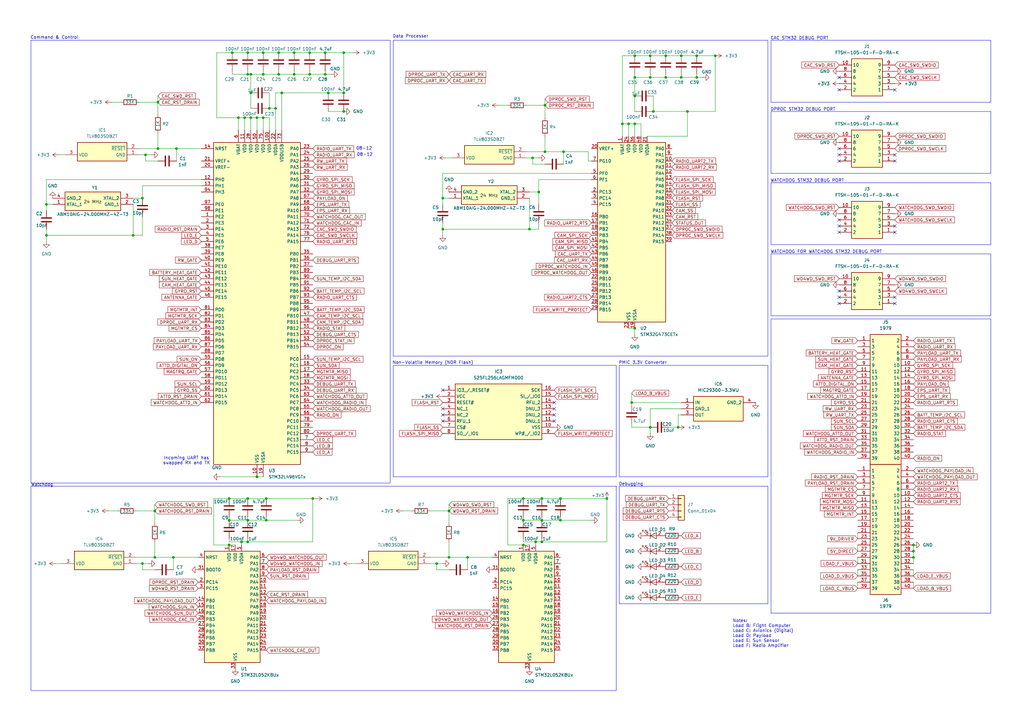
<source format=kicad_sch>
(kicad_sch (version 20231120) (generator "eeschema") (generator_version "8.0")
  (paper "A3")
  (title_block (title "Medford's CubeSat - Flight Computer"))
  (junction (at 374.65 228.6))
  (junction (at 133.35 21.59))
  (junction (at 260.35 134.62))
  (junction (at 266.7 31.75))
  (junction (at 102.87 30.48))
  (junction (at 231.14 62.23))
  (junction (at 222.25 213.36))
  (junction (at 101.6 204.47))
  (junction (at 229.87 204.47))
  (junction (at 19.05 96.52))
  (junction (at 109.22 213.36))
  (junction (at 63.5 228.6))
  (junction (at 285.75 31.75))
  (junction (at 93.98 223.52))
  (junction (at 99.06 222.25))
  (junction (at 58.42 231.14))
  (junction (at 114.3 21.59))
  (junction (at 140.97 38.1))
  (junction (at 105.41 48.26))
  (junction (at 273.05 31.75))
  (junction (at 374.65 226.06))
  (junction (at 222.25 222.25))
  (junction (at 179.07 231.14))
  (junction (at 59.69 63.5))
  (junction (at 71.12 228.6))
  (junction (at 127 21.59))
  (junction (at 260.35 22.86))
  (junction (at 219.71 222.25))
  (junction (at 260.35 50.8))
  (junction (at 266.7 175.26))
  (junction (at 140.97 45.72))
  (junction (at 184.15 209.55))
  (junction (at 279.4 31.75))
  (junction (at 134.62 38.1))
  (junction (at 93.98 213.36))
  (junction (at 107.95 30.48))
  (junction (at 220.98 78.74))
  (junction (at 223.52 43.18))
  (junction (at 127 30.48))
  (junction (at 101.6 222.25))
  (junction (at 140.97 21.59))
  (junction (at 214.63 213.36))
  (junction (at 285.75 22.86))
  (junction (at 191.77 228.6))
  (junction (at 374.65 223.52))
  (junction (at 120.65 21.59))
  (junction (at 115.57 38.1))
  (junction (at 109.22 204.47))
  (junction (at 266.7 22.86))
  (junction (at 184.15 228.6))
  (junction (at 64.77 41.91))
  (junction (at 293.37 22.86))
  (junction (at 100.33 48.26))
  (junction (at 19.05 83.82))
  (junction (at 58.42 81.28))
  (junction (at 181.61 93.98))
  (junction (at 214.63 204.47))
  (junction (at 63.5 209.55))
  (junction (at 102.87 38.1))
  (junction (at 223.52 62.23))
  (junction (at 229.87 213.36))
  (junction (at 248.92 204.47))
  (junction (at 93.98 204.47))
  (junction (at 95.25 21.59))
  (junction (at 278.13 175.26))
  (junction (at 105.41 195.58))
  (junction (at 255.27 50.8))
  (junction (at 217.17 93.98))
  (junction (at 218.44 64.77))
  (junction (at 128.27 204.47))
  (junction (at 181.61 81.28))
  (junction (at 279.4 22.86))
  (junction (at 120.65 30.48))
  (junction (at 102.87 48.26))
  (junction (at 133.35 30.48))
  (junction (at 72.39 60.96))
  (junction (at 267.97 45.72))
  (junction (at 54.61 96.52))
  (junction (at 259.08 165.1))
  (junction (at 110.49 44.45))
  (junction (at 114.3 30.48))
  (junction (at 113.03 44.45))
  (junction (at 107.95 21.59))
  (junction (at 257.81 50.8))
  (junction (at 281.94 45.72))
  (junction (at 214.63 223.52))
  (junction (at 101.6 30.48))
  (junction (at 260.35 31.75))
  (junction (at 101.6 21.59))
  (junction (at 260.35 39.37))
  (junction (at 64.77 60.96))
  (junction (at 222.25 204.47))
  (junction (at 107.95 48.26))
  (junction (at 97.79 48.26))
  (junction (at 101.6 213.36))
  (junction (at 273.05 22.86))
  (no_connect (at 181.61 170.18))
  (no_connect (at 344.17 63.5))
  (no_connect (at 367.03 36.83))
  (no_connect (at 344.17 90.17))
  (no_connect (at 367.03 95.25))
  (no_connect (at 344.17 60.96))
  (no_connect (at 344.17 31.75))
  (no_connect (at 367.03 66.04))
  (no_connect (at 367.03 121.92))
  (no_connect (at 181.61 160.02))
  (no_connect (at 344.17 66.04))
  (no_connect (at 367.03 63.5))
  (no_connect (at 367.03 92.71))
  (no_connect (at 344.17 121.92))
  (no_connect (at 181.61 172.72))
  (no_connect (at 344.17 36.83))
  (no_connect (at 227.33 170.18))
  (no_connect (at 227.33 165.1))
  (no_connect (at 344.17 95.25))
  (no_connect (at 367.03 124.46))
  (no_connect (at 227.33 167.64))
  (no_connect (at 344.17 124.46))
  (no_connect (at 344.17 92.71))
  (no_connect (at 227.33 172.72))
  (no_connect (at 181.61 167.64))
  (no_connect (at 344.17 119.38))
  (wire (pts (xy 208.28 204.47) (xy 214.63 204.47)))
  (wire (pts (xy 222.25 213.36) (xy 214.63 213.36)))
  (wire (pts (xy 113.03 44.45) (xy 113.03 53.34)))
  (wire (pts (xy 134.62 45.72) (xy 140.97 45.72)))
  (wire (pts (xy 285.75 31.75) (xy 288.29 31.75)))
  (wire (pts (xy 19.05 73.66) (xy 82.55 73.66)))
  (wire (pts (xy 214.63 204.47) (xy 222.25 204.47)))
  (wire (pts (xy 63.5 207.01) (xy 63.5 209.55)))
  (wire (pts (xy 59.69 66.04) (xy 59.69 63.5)))
  (wire (pts (xy 273.05 31.75) (xy 279.4 31.75)))
  (wire (pts (xy 351.79 218.44) (xy 351.79 220.98)))
  (wire (pts (xy 93.98 223.52) (xy 96.52 223.52)))
  (wire (pts (xy 99.06 222.25) (xy 101.6 222.25)))
  (wire (pts (xy 214.63 223.52) (xy 217.17 223.52)))
  (wire (pts (xy 120.65 30.48) (xy 120.65 29.21)))
  (wire (pts (xy 214.63 222.25) (xy 214.63 220.98)))
  (wire (pts (xy 109.22 204.47) (xy 128.27 204.47)))
  (wire (pts (xy 223.52 40.64) (xy 223.52 43.18)))
  (wire (pts (xy 102.87 48.26) (xy 105.41 48.26)))
  (wire (pts (xy 54.61 96.52) (xy 58.42 96.52)))
  (wire (pts (xy 120.65 21.59) (xy 114.3 21.59)))
  (wire (pts (xy 140.97 21.59) (xy 140.97 38.1)))
  (wire (pts (xy 105.41 195.58) (xy 90.17 195.58)))
  (wire (pts (xy 133.35 21.59) (xy 140.97 21.59)))
  (wire (pts (xy 278.13 170.18) (xy 278.13 175.26)))
  (wire (pts (xy 107.95 21.59) (xy 101.6 21.59)))
  (wire (pts (xy 101.6 213.36) (xy 93.98 213.36)))
  (wire (pts (xy 374.65 226.06) (xy 374.65 228.6)))
  (wire (pts (xy 19.05 73.66) (xy 19.05 83.82)))
  (wire (pts (xy 114.3 30.48) (xy 120.65 30.48)))
  (wire (pts (xy 127 21.59) (xy 120.65 21.59)))
  (wire (pts (xy 105.41 48.26) (xy 105.41 53.34)))
  (wire (pts (xy 109.22 213.36) (xy 109.22 212.09)))
  (wire (pts (xy 184.15 209.55) (xy 184.15 214.63)))
  (wire (pts (xy 260.35 50.8) (xy 260.35 55.88)))
  (wire (pts (xy 63.5 233.68) (xy 58.42 233.68)))
  (wire (pts (xy 62.23 63.5) (xy 59.69 63.5)))
  (wire (pts (xy 191.77 228.6) (xy 201.93 228.6)))
  (wire (pts (xy 100.33 48.26) (xy 100.33 53.34)))
  (wire (pts (xy 229.87 204.47) (xy 248.92 204.47)))
  (wire (pts (xy 143.51 231.14) (xy 146.05 231.14)))
  (wire (pts (xy 208.28 204.47) (xy 208.28 223.52)))
  (wire (pts (xy 54.61 83.82) (xy 54.61 96.52)))
  (wire (pts (xy 259.08 175.26) (xy 266.7 175.26)))
  (wire (pts (xy 218.44 64.77) (xy 215.9 64.77)))
  (wire (pts (xy 127 30.48) (xy 133.35 30.48)))
  (wire (pts (xy 102.87 30.48) (xy 101.6 30.48)))
  (wire (pts (xy 281.94 45.72) (xy 281.94 55.88)))
  (wire (pts (xy 260.35 31.75) (xy 266.7 31.75)))
  (wire (pts (xy 64.77 39.37) (xy 64.77 41.91)))
  (wire (pts (xy 220.98 73.66) (xy 220.98 78.74)))
  (wire (pts (xy 181.61 231.14) (xy 179.07 231.14)))
  (wire (pts (xy 260.35 50.8) (xy 262.89 50.8)))
  (wire (pts (xy 133.35 30.48) (xy 135.89 30.48)))
  (wire (pts (xy 129.54 204.47) (xy 128.27 204.47)))
  (wire (pts (xy 97.79 48.26) (xy 97.79 53.34)))
  (wire (pts (xy 278.13 175.26) (xy 274.32 175.26)))
  (wire (pts (xy 64.77 60.96) (xy 57.15 60.96)))
  (wire (pts (xy 181.61 71.12) (xy 242.57 71.12)))
  (wire (pts (xy 58.42 233.68) (xy 58.42 231.14)))
  (wire (pts (xy 229.87 213.36) (xy 229.87 212.09)))
  (wire (pts (xy 181.61 81.28) (xy 184.15 81.28)))
  (wire (pts (xy 222.25 213.36) (xy 229.87 213.36)))
  (wire (pts (xy 58.42 76.2) (xy 58.42 81.28)))
  (wire (pts (xy 87.63 223.52) (xy 93.98 223.52)))
  (wire (pts (xy 102.87 48.26) (xy 102.87 53.34)))
  (wire (pts (xy 279.4 31.75) (xy 285.75 31.75)))
  (wire (pts (xy 71.12 228.6) (xy 71.12 233.68)))
  (wire (pts (xy 273.05 22.86) (xy 279.4 22.86)))
  (wire (pts (xy 101.6 222.25) (xy 128.27 222.25)))
  (wire (pts (xy 267.97 45.72) (xy 281.94 45.72)))
  (wire (pts (xy 168.91 209.55) (xy 165.1 209.55)))
  (wire (pts (xy 241.3 66.04) (xy 242.57 66.04)))
  (wire (pts (xy 140.97 38.1) (xy 134.62 38.1)))
  (wire (pts (xy 231.14 62.23) (xy 231.14 67.31)))
  (wire (pts (xy 293.37 22.86) (xy 293.37 45.72)))
  (wire (pts (xy 110.49 44.45) (xy 113.03 44.45)))
  (wire (pts (xy 260.35 22.86) (xy 266.7 22.86)))
  (wire (pts (xy 113.03 38.1) (xy 113.03 44.45)))
  (wire (pts (xy 259.08 173.99) (xy 259.08 175.26)))
  (wire (pts (xy 257.81 50.8) (xy 257.81 55.88)))
  (wire (pts (xy 120.65 30.48) (xy 127 30.48)))
  (wire (pts (xy 273.05 31.75) (xy 273.05 30.48)))
  (wire (pts (xy 255.27 50.8) (xy 257.81 50.8)))
  (wire (pts (xy 107.95 48.26) (xy 107.95 53.34)))
  (wire (pts (xy 133.35 30.48) (xy 133.35 29.21)))
  (wire (pts (xy 223.52 62.23) (xy 215.9 62.23)))
  (wire (pts (xy 87.63 204.47) (xy 87.63 223.52)))
  (wire (pts (xy 72.39 60.96) (xy 72.39 66.04)))
  (wire (pts (xy 107.95 30.48) (xy 102.87 30.48)))
  (wire (pts (xy 88.9 21.59) (xy 88.9 48.26)))
  (wire (pts (xy 128.27 204.47) (xy 128.27 222.25)))
  (wire (pts (xy 217.17 93.98) (xy 220.98 93.98)))
  (wire (pts (xy 54.61 81.28) (xy 58.42 81.28)))
  (wire (pts (xy 222.25 212.09) (xy 222.25 213.36)))
  (wire (pts (xy 182.88 64.77) (xy 185.42 64.77)))
  (wire (pts (xy 260.35 30.48) (xy 260.35 31.75)))
  (wire (pts (xy 255.27 50.8) (xy 255.27 55.88)))
  (wire (pts (xy 217.17 81.28) (xy 217.17 93.98)))
  (wire (pts (xy 88.9 48.26) (xy 97.79 48.26)))
  (wire (pts (xy 87.63 204.47) (xy 93.98 204.47)))
  (wire (pts (xy 49.53 41.91) (xy 45.72 41.91)))
  (wire (pts (xy 215.9 43.18) (xy 223.52 43.18)))
  (wire (pts (xy 184.15 233.68) (xy 179.07 233.68)))
  (wire (pts (xy 99.06 223.52) (xy 99.06 222.25)))
  (wire (pts (xy 222.25 204.47) (xy 229.87 204.47)))
  (wire (pts (xy 351.79 233.68) (xy 351.79 236.22)))
  (wire (pts (xy 279.4 31.75) (xy 279.4 30.48)))
  (wire (pts (xy 257.81 134.62) (xy 260.35 134.62)))
  (wire (pts (xy 223.52 43.18) (xy 223.52 48.26)))
  (wire (pts (xy 214.63 212.09) (xy 214.63 213.36)))
  (wire (pts (xy 176.53 209.55) (xy 184.15 209.55)))
  (wire (pts (xy 285.75 31.75) (xy 285.75 30.48)))
  (wire (pts (xy 64.77 41.91) (xy 64.77 46.99)))
  (wire (pts (xy 107.95 30.48) (xy 114.3 30.48)))
  (wire (pts (xy 181.61 81.28) (xy 181.61 83.82)))
  (wire (pts (xy 374.65 223.52) (xy 374.65 226.06)))
  (wire (pts (xy 57.15 41.91) (xy 64.77 41.91)))
  (wire (pts (xy 229.87 213.36) (xy 242.57 213.36)))
  (wire (pts (xy 262.89 50.8) (xy 262.89 55.88)))
  (wire (pts (xy 179.07 231.14) (xy 176.53 231.14)))
  (wire (pts (xy 71.12 228.6) (xy 81.28 228.6)))
  (wire (pts (xy 184.15 222.25) (xy 184.15 228.6)))
  (wire (pts (xy 374.65 228.6) (xy 374.65 231.14)))
  (wire (pts (xy 19.05 83.82) (xy 21.59 83.82)))
  (wire (pts (xy 184.15 228.6) (xy 176.53 228.6)))
  (wire (pts (xy 181.61 93.98) (xy 181.61 96.52)))
  (wire (pts (xy 220.98 83.82) (xy 220.98 78.74)))
  (wire (pts (xy 102.87 30.48) (xy 102.87 38.1)))
  (wire (pts (xy 93.98 204.47) (xy 101.6 204.47)))
  (wire (pts (xy 184.15 207.01) (xy 184.15 209.55)))
  (wire (pts (xy 115.57 38.1) (xy 134.62 38.1)))
  (wire (pts (xy 219.71 223.52) (xy 219.71 222.25)))
  (wire (pts (xy 267.97 39.37) (xy 267.97 45.72)))
  (wire (pts (xy 60.96 231.14) (xy 58.42 231.14)))
  (wire (pts (xy 58.42 231.14) (xy 55.88 231.14)))
  (wire (pts (xy 93.98 222.25) (xy 93.98 220.98)))
  (wire (pts (xy 220.98 91.44) (xy 220.98 93.98)))
  (wire (pts (xy 114.3 21.59) (xy 107.95 21.59)))
  (wire (pts (xy 220.98 64.77) (xy 218.44 64.77)))
  (wire (pts (xy 219.71 222.25) (xy 222.25 222.25)))
  (wire (pts (xy 101.6 30.48) (xy 101.6 29.21)))
  (wire (pts (xy 144.78 21.59) (xy 140.97 21.59)))
  (wire (pts (xy 101.6 212.09) (xy 101.6 213.36)))
  (wire (pts (xy 133.35 21.59) (xy 127 21.59)))
  (wire (pts (xy 95.25 30.48) (xy 101.6 30.48)))
  (wire (pts (xy 266.7 31.75) (xy 266.7 30.48)))
  (wire (pts (xy 105.41 195.58) (xy 107.95 195.58)))
  (wire (pts (xy 100.33 48.26) (xy 97.79 48.26)))
  (wire (pts (xy 101.6 213.36) (xy 109.22 213.36)))
  (wire (pts (xy 260.35 31.75) (xy 260.35 39.37)))
  (wire (pts (xy 223.52 55.88) (xy 223.52 62.23)))
  (wire (pts (xy 19.05 93.98) (xy 19.05 96.52)))
  (wire (pts (xy 223.52 62.23) (xy 231.14 62.23)))
  (wire (pts (xy 64.77 66.04) (xy 59.69 66.04)))
  (wire (pts (xy 102.87 38.1) (xy 102.87 44.45)))
  (wire (pts (xy 208.28 43.18) (xy 204.47 43.18)))
  (wire (pts (xy 105.41 48.26) (xy 107.95 48.26)))
  (wire (pts (xy 266.7 175.26) (xy 266.7 167.64)))
  (wire (pts (xy 100.33 48.26) (xy 102.87 48.26)))
  (wire (pts (xy 48.26 209.55) (xy 44.45 209.55)))
  (wire (pts (xy 259.08 165.1) (xy 259.08 166.37)))
  (wire (pts (xy 248.92 204.47) (xy 248.92 222.25)))
  (wire (pts (xy 259.08 161.29) (xy 259.08 165.1)))
  (wire (pts (xy 93.98 222.25) (xy 99.06 222.25)))
  (wire (pts (xy 64.77 60.96) (xy 72.39 60.96)))
  (wire (pts (xy 19.05 96.52) (xy 19.05 99.06)))
  (wire (pts (xy 63.5 222.25) (xy 63.5 228.6)))
  (wire (pts (xy 113.03 38.1) (xy 115.57 38.1)))
  (wire (pts (xy 181.61 93.98) (xy 217.17 93.98)))
  (wire (pts (xy 214.63 222.25) (xy 219.71 222.25)))
  (wire (pts (xy 19.05 83.82) (xy 19.05 86.36)))
  (wire (pts (xy 63.5 228.6) (xy 55.88 228.6)))
  (wire (pts (xy 260.35 50.8) (xy 257.81 50.8)))
  (wire (pts (xy 179.07 233.68) (xy 179.07 231.14)))
  (wire (pts (xy 266.7 31.75) (xy 273.05 31.75)))
  (wire (pts (xy 255.27 22.86) (xy 260.35 22.86)))
  (wire (pts (xy 218.44 67.31) (xy 218.44 64.77)))
  (wire (pts (xy 266.7 167.64) (xy 279.4 167.64)))
  (wire (pts (xy 217.17 78.74) (xy 220.98 78.74)))
  (wire (pts (xy 191.77 228.6) (xy 191.77 233.68)))
  (wire (pts (xy 110.49 48.26) (xy 107.95 48.26)))
  (wire (pts (xy 88.9 21.59) (xy 95.25 21.59)))
  (wire (pts (xy 223.52 67.31) (xy 218.44 67.31)))
  (wire (pts (xy 58.42 76.2) (xy 82.55 76.2)))
  (wire (pts (xy 181.61 91.44) (xy 181.61 93.98)))
  (wire (pts (xy 351.79 223.52) (xy 351.79 226.06)))
  (wire (pts (xy 374.65 238.76) (xy 374.65 241.3)))
  (wire (pts (xy 260.35 39.37) (xy 260.35 45.72)))
  (wire (pts (xy 110.49 53.34) (xy 110.49 48.26)))
  (wire (pts (xy 222.25 222.25) (xy 248.92 222.25)))
  (wire (pts (xy 114.3 30.48) (xy 114.3 29.21)))
  (wire (pts (xy 95.25 29.21) (xy 95.25 30.48)))
  (wire (pts (xy 22.86 231.14) (xy 25.4 231.14)))
  (wire (pts (xy 59.69 63.5) (xy 57.15 63.5)))
  (wire (pts (xy 281.94 45.72) (xy 293.37 45.72)))
  (wire (pts (xy 24.13 63.5) (xy 26.67 63.5)))
  (wire (pts (xy 63.5 209.55) (xy 63.5 214.63)))
  (wire (pts (xy 266.7 177.8) (xy 266.7 175.26)))
  (wire (pts (xy 279.4 22.86) (xy 285.75 22.86)))
  (wire (pts (xy 351.79 238.76) (xy 351.79 241.3)))
  (wire (pts (xy 231.14 62.23) (xy 241.3 62.23)))
  (wire (pts (xy 281.94 55.88) (xy 265.43 55.88)))
  (wire (pts (xy 101.6 204.47) (xy 109.22 204.47)))
  (wire (pts (xy 107.95 29.21) (xy 107.95 30.48)))
  (wire (pts (xy 220.98 73.66) (xy 242.57 73.66)))
  (wire (pts (xy 278.13 170.18) (xy 279.4 170.18)))
  (wire (pts (xy 259.08 165.1) (xy 279.4 165.1)))
  (wire (pts (xy 64.77 54.61) (xy 64.77 60.96)))
  (wire (pts (xy 260.35 134.62) (xy 260.35 137.16)))
  (wire (pts (xy 72.39 60.96) (xy 82.55 60.96)))
  (wire (pts (xy 255.27 22.86) (xy 255.27 50.8)))
  (wire (pts (xy 93.98 212.09) (xy 93.98 213.36)))
  (wire (pts (xy 109.22 213.36) (xy 121.92 213.36)))
  (wire (pts (xy 184.15 228.6) (xy 191.77 228.6)))
  (wire (pts (xy 181.61 71.12) (xy 181.61 81.28)))
  (wire (pts (xy 115.57 38.1) (xy 115.57 53.34)))
  (wire (pts (xy 127 30.48) (xy 127 29.21)))
  (wire (pts (xy 222.25 220.98) (xy 222.25 222.25)))
  (wire (pts (xy 58.42 88.9) (xy 58.42 96.52)))
  (wire (pts (xy 241.3 62.23) (xy 241.3 66.04)))
  (wire (pts (xy 374.65 233.68) (xy 374.65 236.22)))
  (wire (pts (xy 285.75 22.86) (xy 293.37 22.86)))
  (wire (pts (xy 19.05 96.52) (xy 54.61 96.52)))
  (wire (pts (xy 63.5 228.6) (xy 71.12 228.6)))
  (wire (pts (xy 351.79 228.6) (xy 351.79 231.14)))
  (wire (pts (xy 101.6 220.98) (xy 101.6 222.25)))
  (wire (pts (xy 110.49 38.1) (xy 110.49 44.45)))
  (wire (pts (xy 55.88 209.55) (xy 63.5 209.55)))
  (wire (pts (xy 95.25 21.59) (xy 101.6 21.59)))
  (wire (pts (xy 266.7 22.86) (xy 273.05 22.86)))
  (wire (pts (xy 208.28 223.52) (xy 214.63 223.52)))
  (rectangle (start 254 149.86) (end 314.96 195.58))
  (rectangle (start 161.29 149.86) (end 252.73 195.58))
  (rectangle (start 316.23 16.51) (end 406.4 41.91))
  (rectangle (start 161.29 16.51) (end 314.96 146.05))
  (rectangle (start 12.7 16.51) (end 160.02 198.12))
  (rectangle (start 316.23 74.93) (end 406.4 100.33))
  (rectangle (start 316.23 104.14) (end 406.4 129.54))
  (rectangle (start 254 199.39) (end 314.96 247.65))
  (rectangle (start 316.23 130.81) (end 406.4 251.46))
  (rectangle (start 12.7 199.39) (end 252.73 283.21))
  (rectangle (start 316.23 45.72) (end 406.4 71.12))
  (text "WATCHDOG STM32 DEBUG PORT" (at 315.976 74.168 0) (effects (font (size 1.27 1.27)) (justify left)))
  (text "Data Processer" (at 168.402 14.986 0) (effects (font (size 1.27 1.27))))
  (text "Incoming UART has\nswapped RX and TX" (at 76.454 188.976 0) (effects (font (size 1.27 1.27))))
  (text "CAC STM32 DEBUG PORT" (at 315.976 15.748 0) (effects (font (size 1.27 1.27)) (justify left)))
  (text "DPROC STM32 DEBUG PORT" (at 315.976 44.958 0) (effects (font (size 1.27 1.27)) (justify left)))
  (text "WATCHDOG FOR WATCHDOG STM32 DEBUG PORT" (at 315.976 103.378 0) (effects (font (size 1.27 1.27)) (justify left)))
  (text "Notes:\nLoad B: Flight Computer\nLoad C: Avionics (Digital)\nLoad D: Payload\nLoad E: Sun Sensor\nLoad F: Radio Amplifier" (at 300.482 259.842 0) (effects (font (size 1.27 1.27)) (justify left)))
  (text "08-12" (at 149.606 63.5 0) (effects (font (size 1.27 1.27))))
  (text "08-12" (at 149.352 60.96 0) (effects (font (size 1.27 1.27))))
  (text "Watchdog" (at 17.272 198.882 0) (effects (font (size 1.27 1.27))))
  (text "Command & Control" (at 22.352 15.494 0) (effects (font (size 1.27 1.27))))
  (text "PMIC 3.3V Converter" (at 263.652 148.844 0) (effects (font (size 1.27 1.27))))
  (text "Debugging" (at 258.826 198.628 0) (effects (font (size 1.27 1.27))))
  (text "Non-Volatile Memory (NOR Flash)" (at 177.546 148.844 0) (effects (font (size 1.27 1.27))))
  (label "24 MHz" (at 34.29 83.82 0))
  (label "24 MHz" (at 196.85 81.28 0))
  (global_label "FLASH_RST" (shape input) (at 275.59 81.28 0) (property "Intersheetrefs" "${INTERSHEET_REFS}" (effects (hide yes))))
  (global_label "BATTERY_HEAT_GATE" (shape input) (at 82.55 111.76 180) (property "Intersheetrefs" "${INTERSHEET_REFS}" (effects (hide yes))))
  (global_label "LOAD_D_VBUS" (shape input) (at 351.79 236.22 180) (property "Intersheetrefs" "${INTERSHEET_REFS}" (effects (hide yes))))
  (global_label "DPROC_WATCHDOG_OUT" (shape input) (at 242.57 111.76 180) (property "Intersheetrefs" "${INTERSHEET_REFS}" (effects (hide yes))))
  (global_label "5V_DIRECT" (shape input) (at 351.79 226.06 180) (property "Intersheetrefs" "${INTERSHEET_REFS}" (effects (hide yes))))
  (global_label "RADIO_UART2_RX" (shape input) (at 275.59 68.58 0) (property "Intersheetrefs" "${INTERSHEET_REFS}" (effects (hide yes))))
  (global_label "FLASH_RST" (shape input) (at 181.61 165.1 180) (property "Intersheetrefs" "${INTERSHEET_REFS}" (effects (hide yes))))
  (global_label "WATCHDOG_PAYLOAD_OUT" (shape input) (at 374.65 195.58 0) (property "Intersheetrefs" "${INTERSHEET_REFS}" (effects (hide yes))))
  (global_label "PAYLOAD_UART_RX" (shape input) (at 82.55 142.24 180) (property "Intersheetrefs" "${INTERSHEET_REFS}" (effects (hide yes))))
  (global_label "WATCHDOG_RADIO_OUT" (shape input) (at 128.27 167.64 0) (property "Intersheetrefs" "${INTERSHEET_REFS}" (effects (hide yes))))
  (global_label "WD4WD_WATCHDOG_IN" (shape input) (at 201.93 251.46 180) (property "Intersheetrefs" "${INTERSHEET_REFS}" (effects (hide yes))))
  (global_label "PAYLOAD_ON" (shape input) (at 128.27 81.28 0) (property "Intersheetrefs" "${INTERSHEET_REFS}" (effects (hide yes))))
  (global_label "DPROC_WATCHDOG_IN" (shape input) (at 242.57 109.22 180) (property "Intersheetrefs" "${INTERSHEET_REFS}" (effects (hide yes))))
  (global_label "WATCHDOG_SUN_IN" (shape input) (at 81.28 248.92 180) (property "Intersheetrefs" "${INTERSHEET_REFS}" (effects (hide yes))))
  (global_label "WD4WD_SWD_SWCLK" (shape input) (at 367.03 119.38 0) (property "Intersheetrefs" "${INTERSHEET_REFS}" (effects (hide yes))))
  (global_label "SUN_TEMP_I2C_SCL" (shape input) (at 128.27 147.32 0) (property "Intersheetrefs" "${INTERSHEET_REFS}" (effects (hide yes))))
  (global_label "WATCHDOG_SWD_SWCLK" (shape input) (at 367.03 90.17 0) (property "Intersheetrefs" "${INTERSHEET_REFS}" (effects (hide yes))))
  (global_label "ANTENNA_GATE" (shape input) (at 82.55 121.92 180) (property "Intersheetrefs" "${INTERSHEET_REFS}" (effects (hide yes))))
  (global_label "RW_UART_RX" (shape input) (at 128.27 68.58 0) (property "Intersheetrefs" "${INTERSHEET_REFS}" (effects (hide yes))))
  (global_label "WATCHDOG_ATTD_OUT" (shape input) (at 351.79 177.8 180) (property "Intersheetrefs" "${INTERSHEET_REFS}" (effects (hide yes))))
  (global_label "RW_GATE" (shape input) (at 351.79 139.7 180) (property "Intersheetrefs" "${INTERSHEET_REFS}" (effects (hide yes))))
  (global_label "DPROC_SWD_SWCLK" (shape input) (at 275.59 96.52 0) (property "Intersheetrefs" "${INTERSHEET_REFS}" (effects (hide yes))))
  (global_label "GYRO_SS" (shape input) (at 82.55 160.02 180) (property "Intersheetrefs" "${INTERSHEET_REFS}" (effects (hide yes))))
  (global_label "DEBUG_UART_RTS" (shape input) (at 128.27 106.68 0) (property "Intersheetrefs" "${INTERSHEET_REFS}" (effects (hide yes))))
  (global_label "EPS_UART_TX" (shape input) (at 374.65 160.02 0) (property "Intersheetrefs" "${INTERSHEET_REFS}" (effects (hide yes))))
  (global_label "WATCHDOG_CAC_OUT" (shape input) (at 128.27 88.9 0) (property "Intersheetrefs" "${INTERSHEET_REFS}" (effects (hide yes))))
  (global_label "WD4WD_SWD_RST" (shape input) (at 344.17 114.3 180) (property "Intersheetrefs" "${INTERSHEET_REFS}" (effects (hide yes))))
  (global_label "MGTMTR_MISO" (shape input) (at 128.27 152.4 0) (property "Intersheetrefs" "${INTERSHEET_REFS}" (effects (hide yes))))
  (global_label "WD4WD_RST_DRAIN" (shape input) (at 81.28 241.3 180) (property "Intersheetrefs" "${INTERSHEET_REFS}" (effects (hide yes))))
  (global_label "DEBUG_UART_CTS" (shape input) (at 128.27 137.16 0) (property "Intersheetrefs" "${INTERSHEET_REFS}" (effects (hide yes))))
  (global_label "GYRO_SPI_SCK" (shape input) (at 128.27 73.66 0) (property "Intersheetrefs" "${INTERSHEET_REFS}" (effects (hide yes))))
  (global_label "DPROC_UART_TX" (shape input) (at 184.15 30.48 180) (property "Intersheetrefs" "${INTERSHEET_REFS}" (effects (hide yes))))
  (global_label "DPROC_UART_TX" (shape input) (at 128.27 177.8 0) (property "Intersheetrefs" "${INTERSHEET_REFS}" (effects (hide yes))))
  (global_label "LED_B" (shape input) (at 128.27 182.88 0) (property "Intersheetrefs" "${INTERSHEET_REFS}" (effects (hide yes))))
  (global_label "LED_B" (shape input) (at 279.4 226.06 0) (property "Intersheetrefs" "${INTERSHEET_REFS}" (effects (hide yes))))
  (global_label "RW_UART_TX" (shape input) (at 351.79 170.18 180) (property "Intersheetrefs" "${INTERSHEET_REFS}" (effects (hide yes))))
  (global_label "MGTMTR_MISO" (shape input) (at 351.79 208.28 180) (property "Intersheetrefs" "${INTERSHEET_REFS}" (effects (hide yes))))
  (global_label "LOAD_C_VBUS" (shape input) (at 351.79 241.3 180) (property "Intersheetrefs" "${INTERSHEET_REFS}" (effects (hide yes))))
  (global_label "ATTD_DIGITAL_ON" (shape input) (at 82.55 149.86 180) (property "Intersheetrefs" "${INTERSHEET_REFS}" (effects (hide yes))))
  (global_label "RADIO_UART2_TX" (shape input) (at 275.59 66.04 0) (property "Intersheetrefs" "${INTERSHEET_REFS}" (effects (hide yes))))
  (global_label "RADIO_UART_TX" (shape input) (at 374.65 139.7 0) (property "Intersheetrefs" "${INTERSHEET_REFS}" (effects (hide yes))))
  (global_label "FLASH_SPI_SCK" (shape input) (at 275.59 73.66 0) (property "Intersheetrefs" "${INTERSHEET_REFS}" (effects (hide yes))))
  (global_label "WATCHDOG_CAC_OUT" (shape input) (at 109.22 266.7 0) (property "Intersheetrefs" "${INTERSHEET_REFS}" (effects (hide yes))))
  (global_label "GYRO_SPI_SCK" (shape input) (at 374.65 149.86 0) (property "Intersheetrefs" "${INTERSHEET_REFS}" (effects (hide yes))))
  (global_label "LOAD_F_VBUS" (shape input) (at 351.79 231.14 180) (property "Intersheetrefs" "${INTERSHEET_REFS}" (effects (hide yes))))
  (global_label "WATCHDOG_CAC_IN" (shape input) (at 81.28 254 180) (property "Intersheetrefs" "${INTERSHEET_REFS}" (effects (hide yes))))
  (global_label "FLASH_SPI_MISO" (shape input) (at 275.59 76.2 0) (property "Intersheetrefs" "${INTERSHEET_REFS}" (effects (hide yes))))
  (global_label "LED_D" (shape input) (at 82.55 99.06 180) (property "Intersheetrefs" "${INTERSHEET_REFS}" (effects (hide yes))))
  (global_label "MGTMTR_MOSI" (shape input) (at 351.79 205.74 180) (property "Intersheetrefs" "${INTERSHEET_REFS}" (effects (hide yes))))
  (global_label "DPROC_SWD_SWDIO" (shape input) (at 275.59 93.98 0) (property "Intersheetrefs" "${INTERSHEET_REFS}" (effects (hide yes))))
  (global_label "ANTENNA_GATE" (shape input) (at 351.79 154.94 180) (property "Intersheetrefs" "${INTERSHEET_REFS}" (effects (hide yes))))
  (global_label "LED_E" (shape input) (at 82.55 96.52 180) (property "Intersheetrefs" "${INTERSHEET_REFS}" (effects (hide yes))))
  (global_label "RADIO_UART2_RX" (shape input) (at 374.65 200.66 0) (property "Intersheetrefs" "${INTERSHEET_REFS}" (effects (hide yes))))
  (global_label "FLASH_SS" (shape input) (at 275.59 83.82 0) (property "Intersheetrefs" "${INTERSHEET_REFS}" (effects (hide yes))))
  (global_label "SUN_HEAT_GATE" (shape input) (at 351.79 147.32 180) (property "Intersheetrefs" "${INTERSHEET_REFS}" (effects (hide yes))))
  (global_label "RADIO_UART_CTS" (shape input) (at 128.27 121.92 0) (property "Intersheetrefs" "${INTERSHEET_REFS}" (effects (hide yes))))
  (global_label "DEBUG_UART_RTS" (shape input) (at 274.32 209.55 180) (property "Intersheetrefs" "${INTERSHEET_REFS}" (effects (hide yes))))
  (global_label "WATCHDOG_SWD_RST" (shape input) (at 63.5 207.01 0) (property "Intersheetrefs" "${INTERSHEET_REFS}" (effects (hide yes))))
  (global_label "MGTMTR_SCK" (shape input) (at 82.55 129.54 180) (property "Intersheetrefs" "${INTERSHEET_REFS}" (effects (hide yes))))
  (global_label "MGTMTR_MOSI" (shape input) (at 128.27 154.94 0) (property "Intersheetrefs" "${INTERSHEET_REFS}" (effects (hide yes))))
  (global_label "RW_UART_RX" (shape input) (at 351.79 167.64 180) (property "Intersheetrefs" "${INTERSHEET_REFS}" (effects (hide yes))))
  (global_label "RADIO_RST_DRAIN" (shape input) (at 351.79 195.58 180) (property "Intersheetrefs" "${INTERSHEET_REFS}" (effects (hide yes))))
  (global_label "CAM_SPI_MISO" (shape input) (at 242.57 99.06 180) (property "Intersheetrefs" "${INTERSHEET_REFS}" (effects (hide yes))))
  (global_label "RADIO_UART_CTS" (shape input) (at 374.65 172.72 0) (property "Intersheetrefs" "${INTERSHEET_REFS}" (effects (hide yes))))
  (global_label "RADIO_ON" (shape input) (at 128.27 170.18 0) (property "Intersheetrefs" "${INTERSHEET_REFS}" (effects (hide yes))))
  (global_label "WATCHDOG_RADIO_IN" (shape input) (at 128.27 165.1 0) (property "Intersheetrefs" "${INTERSHEET_REFS}" (effects (hide yes))))
  (global_label "DEBUG_UART_TX" (shape input) (at 128.27 157.48 0) (property "Intersheetrefs" "${INTERSHEET_REFS}" (effects (hide yes))))
  (global_label "CAC_SWD_SWDIO" (shape input) (at 367.03 26.67 0) (property "Intersheetrefs" "${INTERSHEET_REFS}" (effects (hide yes))))
  (global_label "CAC_SWD_SWCLK" (shape input) (at 367.03 31.75 0) (property "Intersheetrefs" "${INTERSHEET_REFS}" (effects (hide yes))))
  (global_label "RADIO_UART_TX" (shape input) (at 128.27 60.96 0) (property "Intersheetrefs" "${INTERSHEET_REFS}" (effects (hide yes))))
  (global_label "WD4WD_RST_DRAIN" (shape input) (at 184.15 209.55 0) (property "Intersheetrefs" "${INTERSHEET_REFS}" (effects (hide yes))))
  (global_label "GYRO_SPI_MISO" (shape input) (at 374.65 152.4 0) (property "Intersheetrefs" "${INTERSHEET_REFS}" (effects (hide yes))))
  (global_label "WATCHDOG_PAYLOAD_OUT" (shape input) (at 81.28 246.38 180) (property "Intersheetrefs" "${INTERSHEET_REFS}" (effects (hide yes))))
  (global_label "BATT_TEMP_I2C_SDA" (shape input) (at 128.27 127 0) (property "Intersheetrefs" "${INTERSHEET_REFS}" (effects (hide yes))))
  (global_label "BATTERY_HEAT_GATE" (shape input) (at 351.79 144.78 180) (property "Intersheetrefs" "${INTERSHEET_REFS}" (effects (hide yes))))
  (global_label "EPS_UART_TX" (shape input) (at 128.27 83.82 0) (property "Intersheetrefs" "${INTERSHEET_REFS}" (effects (hide yes))))
  (global_label "RADIO_UART2_CTS" (shape input) (at 242.57 121.92 180) (property "Intersheetrefs" "${INTERSHEET_REFS}" (effects (hide yes))))
  (global_label "FLASH_SPI_SCK" (shape input) (at 227.33 160.02 0) (property "Intersheetrefs" "${INTERSHEET_REFS}" (effects (hide yes))))
  (global_label "WATCHDOG_CAC_IN" (shape input) (at 128.27 91.44 0) (property "Intersheetrefs" "${INTERSHEET_REFS}" (effects (hide yes))))
  (global_label "WATCHDOG_RST_DRAIN" (shape input) (at 201.93 256.54 180) (property "Intersheetrefs" "${INTERSHEET_REFS}" (effects (hide yes))))
  (global_label "LED_A" (shape input) (at 128.27 185.42 0) (property "Intersheetrefs" "${INTERSHEET_REFS}" (effects (hide yes))))
  (global_label "CAC_UART_RX" (shape input) (at 242.57 106.68 180) (property "Intersheetrefs" "${INTERSHEET_REFS}" (effects (hide yes))))
  (global_label "DPROC_UART_RX" (shape input) (at 184.15 33.02 180) (property "Intersheetrefs" "${INTERSHEET_REFS}" (effects (hide yes))))
  (global_label "WD4WD_SWD_RST" (shape input) (at 184.15 207.01 0) (property "Intersheetrefs" "${INTERSHEET_REFS}" (effects (hide yes))))
  (global_label "CAM_SPI_MOSI" (shape input) (at 242.57 101.6 180) (property "Intersheetrefs" "${INTERSHEET_REFS}" (effects (hide yes))))
  (global_label "SUN_SCL" (shape input) (at 351.79 172.72 180) (property "Intersheetrefs" "${INTERSHEET_REFS}" (effects (hide yes))))
  (global_label "LED_C" (shape input) (at 279.4 232.41 0) (property "Intersheetrefs" "${INTERSHEET_REFS}" (effects (hide yes))))
  (global_label "DPROC_UART_RX" (shape input) (at 82.55 132.08 180) (property "Intersheetrefs" "${INTERSHEET_REFS}" (effects (hide yes))))
  (global_label "GYRO_SPI_MISO" (shape input) (at 128.27 76.2 0) (property "Intersheetrefs" "${INTERSHEET_REFS}" (effects (hide yes))))
  (global_label "DEBUG_UART_RX" (shape input) (at 274.32 204.47 180) (property "Intersheetrefs" "${INTERSHEET_REFS}" (effects (hide yes))))
  (global_label "CAC_RST_DRAIN" (shape input) (at 64.77 41.91 0) (property "Intersheetrefs" "${INTERSHEET_REFS}" (effects (hide yes))))
  (global_label "CAC_UART_TX" (shape input) (at 242.57 104.14 180) (property "Intersheetrefs" "${INTERSHEET_REFS}" (effects (hide yes))))
  (global_label "CAM_TEMP_I2C_SCL" (shape input) (at 128.27 129.54 0) (property "Intersheetrefs" "${INTERSHEET_REFS}" (effects (hide yes))))
  (global_label "ATTD_DIGITAL_ON" (shape input) (at 351.79 157.48 180) (property "Intersheetrefs" "${INTERSHEET_REFS}" (effects (hide yes))))
  (global_label "WATCHDOG_RST_DRAIN" (shape input) (at 63.5 209.55 0) (property "Intersheetrefs" "${INTERSHEET_REFS}" (effects (hide yes))))
  (global_label "WD4WD_WATCHDOG_OUT" (shape input) (at 201.93 254 180) (property "Intersheetrefs" "${INTERSHEET_REFS}" (effects (hide yes))))
  (global_label "GYRO_RST" (shape input) (at 351.79 152.4 180) (property "Intersheetrefs" "${INTERSHEET_REFS}" (effects (hide yes))))
  (global_label "WATCHDOG_SWD_RST" (shape input) (at 344.17 85.09 180) (property "Intersheetrefs" "${INTERSHEET_REFS}" (effects (hide yes))))
  (global_label "MAGTRQ_GATE" (shape input) (at 351.79 160.02 180) (property "Intersheetrefs" "${INTERSHEET_REFS}" (effects (hide yes))))
  (global_label "SUN_SCL" (shape input) (at 82.55 157.48 180) (property "Intersheetrefs" "${INTERSHEET_REFS}" (effects (hide yes))))
  (global_label "CAM_SS" (shape input) (at 275.59 86.36 0) (property "Intersheetrefs" "${INTERSHEET_REFS}" (effects (hide yes))))
  (global_label "WD4WD_WATCHDOG_OUT" (shape input) (at 109.22 228.6 0) (property "Intersheetrefs" "${INTERSHEET_REFS}" (effects (hide yes))))
  (global_label "SUN_SDA" (shape input) (at 128.27 149.86 0) (property "Intersheetrefs" "${INTERSHEET_REFS}" (effects (hide yes))))
  (global_label "PAYLOAD_UART_TX" (shape input) (at 82.55 139.7 180) (property "Intersheetrefs" "${INTERSHEET_REFS}" (effects (hide yes))))
  (global_label "DPROC_ON" (shape input) (at 128.27 142.24 0) (property "Intersheetrefs" "${INTERSHEET_REFS}" (effects (hide yes))))
  (global_label "WATCHDOG_ATTD_OUT" (shape input) (at 128.27 162.56 0) (property "Intersheetrefs" "${INTERSHEET_REFS}" (effects (hide yes))))
  (global_label "DPROC_RST_DRAIN" (shape input) (at 81.28 238.76 180) (property "Intersheetrefs" "${INTERSHEET_REFS}" (effects (hide yes))))
  (global_label "BATT_TEMP_I2C_SCL" (shape input) (at 128.27 119.38 0) (property "Intersheetrefs" "${INTERSHEET_REFS}" (effects (hide yes))))
  (global_label "WATCHDOG_PAYLOAD_IN" (shape input) (at 374.65 193.04 0) (property "Intersheetrefs" "${INTERSHEET_REFS}" (effects (hide yes))))
  (global_label "CAC_UART_TX" (shape input) (at 184.15 33.02 0) (property "Intersheetrefs" "${INTERSHEET_REFS}" (effects (hide yes))))
  (global_label "SUN_ON" (shape input) (at 82.55 147.32 180) (property "Intersheetrefs" "${INTERSHEET_REFS}" (effects (hide yes))))
  (global_label "CAM_SPI_SCK" (shape input) (at 242.57 96.52 180) (property "Intersheetrefs" "${INTERSHEET_REFS}" (effects (hide yes))))
  (global_label "BATT_TEMP_I2C_SCL" (shape input) (at 374.65 170.18 0) (property "Intersheetrefs" "${INTERSHEET_REFS}" (effects (hide yes))))
  (global_label "SUN_HEAT_GATE" (shape input) (at 82.55 114.3 180) (property "Intersheetrefs" "${INTERSHEET_REFS}" (effects (hide yes))))
  (global_label "GYRO_RST" (shape input) (at 82.55 119.38 180) (property "Intersheetrefs" "${INTERSHEET_REFS}" (effects (hide yes))))
  (global_label "BATT_TEMP_I2C_SDA" (shape input) (at 374.65 175.26 0) (property "Intersheetrefs" "${INTERSHEET_REFS}" (effects (hide yes))))
  (global_label "GYRO_SPI_MOSI" (shape input) (at 374.65 154.94 0) (property "Intersheetrefs" "${INTERSHEET_REFS}" (effects (hide yes))))
  (global_label "EPS_UART_RX" (shape input) (at 128.27 86.36 0) (property "Intersheetrefs" "${INTERSHEET_REFS}" (effects (hide yes))))
  (global_label "RADIO_UART_RX" (shape input) (at 374.65 142.24 0) (property "Intersheetrefs" "${INTERSHEET_REFS}" (effects (hide yes))))
  (global_label "MGTMTR_INT" (shape input) (at 351.79 210.82 180) (property "Intersheetrefs" "${INTERSHEET_REFS}" (effects (hide yes))))
  (global_label "EPS_UART_RX" (shape input) (at 374.65 162.56 0) (property "Intersheetrefs" "${INTERSHEET_REFS}" (effects (hide yes))))
  (global_label "DEBUG_UART_RX" (shape input) (at 128.27 160.02 0) (property "Intersheetrefs" "${INTERSHEET_REFS}" (effects (hide yes))))
  (global_label "MGTMTR_SCK" (shape input) (at 351.79 203.2 180) (property "Intersheetrefs" "${INTERSHEET_REFS}" (effects (hide yes))))
  (global_label "CAC_SWD_RST" (shape input) (at 64.77 39.37 0) (property "Intersheetrefs" "${INTERSHEET_REFS}" (effects (hide yes))))
  (global_label "PAYLOAD_UART_RX" (shape input) (at 374.65 147.32 0) (property "Intersheetrefs" "${INTERSHEET_REFS}" (effects (hide yes))))
  (global_label "WATCHDOG_PAYLOAD_IN" (shape input) (at 109.22 246.38 0) (property "Intersheetrefs" "${INTERSHEET_REFS}" (effects (hide yes))))
  (global_label "WATCHDOG_ATTD_IN" (shape input) (at 82.55 165.1 180) (property "Intersheetrefs" "${INTERSHEET_REFS}" (effects (hide yes))))
  (global_label "RADIO_UART_RX" (shape input) (at 128.27 63.5 0) (property "Intersheetrefs" "${INTERSHEET_REFS}" (effects (hide yes))))
  (global_label "FLASH_SPI_MISO" (shape input) (at 181.61 177.8 180) (property "Intersheetrefs" "${INTERSHEET_REFS}" (effects (hide yes))))
  (global_label "RADIO_UART_RTS" (shape input) (at 128.27 99.06 0) (property "Intersheetrefs" "${INTERSHEET_REFS}" (effects (hide yes))))
  (global_label "FLASH_SS" (shape input) (at 181.61 175.26 180) (property "Intersheetrefs" "${INTERSHEET_REFS}" (effects (hide yes))))
  (global_label "CAM_HEAT_GATE" (shape input) (at 351.79 149.86 180) (property "Intersheetrefs" "${INTERSHEET_REFS}" (effects (hide yes))))
  (global_label "LED_E" (shape input) (at 279.4 245.11 0) (property "Intersheetrefs" "${INTERSHEET_REFS}" (effects (hide yes))))
  (global_label "WATCHDOG_ATTD_IN" (shape input) (at 351.79 162.56 180) (property "Intersheetrefs" "${INTERSHEET_REFS}" (effects (hide yes))))
  (global_label "CAM_RST" (shape input) (at 275.59 88.9 0) (property "Intersheetrefs" "${INTERSHEET_REFS}" (effects (hide yes))))
  (global_label "FLASH_SPI_MOSI" (shape input) (at 275.59 78.74 0) (property "Intersheetrefs" "${INTERSHEET_REFS}" (effects (hide yes))))
  (global_label "ATTD_RST_DRAIN" (shape input) (at 351.79 180.34 180) (property "Intersheetrefs" "${INTERSHEET_REFS}" (effects (hide yes))))
  (global_label "DPROC_SWD_RST" (shape input) (at 223.52 40.64 0) (property "Intersheetrefs" "${INTERSHEET_REFS}" (effects (hide yes))))
  (global_label "PAYLOAD_UART_TX" (shape input) (at 374.65 144.78 0) (property "Intersheetrefs" "${INTERSHEET_REFS}" (effects (hide yes))))
  (global_label "RW_GATE" (shape input) (at 82.55 106.68 180) (property "Intersheetrefs" "${INTERSHEET_REFS}" (effects (hide yes))))
  (global_label "SUN_TEMP_I2C_SDA" (shape input) (at 128.27 114.3 0) (property "Intersheetrefs" "${INTERSHEET_REFS}" (effects (hide yes))))
  (global_label "MGTMTR_CS" (shape input) (at 351.79 200.66 180) (property "Intersheetrefs" "${INTERSHEET_REFS}" (effects (hide yes))))
  (global_label "STATUS_OUT" (shape input) (at 275.59 91.44 0) (property "Intersheetrefs" "${INTERSHEET_REFS}" (effects (hide yes))))
  (global_label "PAYLOAD_ON" (shape input) (at 374.65 157.48 0) (property "Intersheetrefs" "${INTERSHEET_REFS}" (effects (hide yes))))
  (global_label "DPROC_SWD_RST" (shape input) (at 344.17 55.88 180) (property "Intersheetrefs" "${INTERSHEET_REFS}" (effects (hide yes))))
  (global_label "CAC_UART_RX" (shape input) (at 184.15 30.48 0) (property "Intersheetrefs" "${INTERSHEET_REFS}" (effects (hide yes))))
  (global_label "SUN_SDA" (shape input) (at 351.79 175.26 180) (property "Intersheetrefs" "${INTERSHEET_REFS}" (effects (hide yes))))
  (global_label "RADIO_RST_DRAIN" (shape input) (at 82.55 93.98 180) (property "Intersheetrefs" "${INTERSHEET_REFS}" (effects (hide yes))))
  (global_label "CAM_TEMP_I2C_SDA" (shape input) (at 128.27 132.08 0) (property "Intersheetrefs" "${INTERSHEET_REFS}" (effects (hide yes))))
  (global_label "CAC_SWD_RST" (shape input) (at 344.17 26.67 180) (property "Intersheetrefs" "${INTERSHEET_REFS}" (effects (hide yes))))
  (global_label "RADIO_ON" (shape input) (at 374.65 187.96 0) (property "Intersheetrefs" "${INTERSHEET_REFS}" (effects (hide yes))))
  (global_label "SUN_RST_DRAIN" (shape input) (at 109.22 236.22 0) (property "Intersheetrefs" "${INTERSHEET_REFS}" (effects (hide yes))))
  (global_label "WD4WD_SWD_SWDIO" (shape input) (at 367.03 114.3 0) (property "Intersheetrefs" "${INTERSHEET_REFS}" (effects (hide yes))))
  (global_label "FLASH_WRITE_PROTECT" (shape input) (at 242.57 127 180) (property "Intersheetrefs" "${INTERSHEET_REFS}" (effects (hide yes))))
  (global_label "PAYLOAD_RST_DRAIN" (shape input) (at 109.22 233.68 0) (property "Intersheetrefs" "${INTERSHEET_REFS}" (effects (hide yes))))
  (global_label "CAC_SWD_SWCLK" (shape input) (at 128.27 96.52 0) (property "Intersheetrefs" "${INTERSHEET_REFS}" (effects (hide yes))))
  (global_label "FLASH_SPI_MOSI" (shape input) (at 227.33 162.56 0) (property "Intersheetrefs" "${INTERSHEET_REFS}" (effects (hide yes))))
  (global_label "RW_UART_TX" (shape input) (at 128.27 66.04 0) (property "Intersheetrefs" "${INTERSHEET_REFS}" (effects (hide yes))))
  (global_label "RADIO_UART2_CTS" (shape input) (at 374.65 203.2 0) (property "Intersheetrefs" "${INTERSHEET_REFS}" (effects (hide yes))))
  (global_label "MGTMTR_CS" (shape input) (at 82.55 134.62 180) (property "Intersheetrefs" "${INTERSHEET_REFS}" (effects (hide yes))))
  (global_label "DEBUG_UART_CTS" (shape input) (at 274.32 212.09 180) (property "Intersheetrefs" "${INTERSHEET_REFS}" (effects (hide yes))))
  (global_label "LED_D" (shape input) (at 279.4 238.76 0) (property "Intersheetrefs" "${INTERSHEET_REFS}" (effects (hide yes))))
  (global_label "DPROC_SWD_SWCLK" (shape input) (at 367.03 60.96 0) (property "Intersheetrefs" "${INTERSHEET_REFS}" (effects (hide yes))))
  (global_label "LOAD_B_VBUS" (shape input) (at 259.08 161.29 0) (property "Intersheetrefs" "${INTERSHEET_REFS}" (effects (hide yes))))
  (global_label "DPROC_RST_DRAIN" (shape input) (at 223.52 43.18 0) (property "Intersheetrefs" "${INTERSHEET_REFS}" (effects (hide yes))))
  (global_label "LED_C" (shape input) (at 128.27 180.34 0) (property "Intersheetrefs" "${INTERSHEET_REFS}" (effects (hide yes))))
  (global_label "RADIO_UART2_RTS" (shape input) (at 374.65 205.74 0) (property "Intersheetrefs" "${INTERSHEET_REFS}" (effects (hide yes))))
  (global_label "RADIO_UART_RTS" (shape input) (at 374.65 165.1 0) (property "Intersheetrefs" "${INTERSHEET_REFS}" (effects (hide yes))))
  (global_label "LED_A" (shape input) (at 279.4 219.71 0) (property "Intersheetrefs" "${INTERSHEET_REFS}" (effects (hide yes))))
  (global_label "WD4WD_WATCHDOG_IN" (shape input) (at 109.22 231.14 0) (property "Intersheetrefs" "${INTERSHEET_REFS}" (effects (hide yes))))
  (global_label "CAC_SWD_SWDIO" (shape input) (at 128.27 93.98 0) (property "Intersheetrefs" "${INTERSHEET_REFS}" (effects (hide yes))))
  (global_label "LOAD_E_VBUS" (shape input) (at 374.65 236.22 0) (property "Intersheetrefs" "${INTERSHEET_REFS}" (effects (hide yes))))
  (global_label "PAYLOAD_RST_DRAIN" (shape input) (at 351.79 198.12 180) (property "Intersheetrefs" "${INTERSHEET_REFS}" (effects (hide yes))))
  (global_label "RADIO_STAT" (shape input) (at 128.27 134.62 0) (property "Intersheetrefs" "${INTERSHEET_REFS}" (effects (hide yes))))
  (global_label "WATCHDOG_SWD_SWDIO" (shape input) (at 367.03 85.09 0) (property "Intersheetrefs" "${INTERSHEET_REFS}" (effects (hide yes))))
  (global_label "FLASH_WRITE_PROTECT" (shape input) (at 227.33 177.8 0) (property "Intersheetrefs" "${INTERSHEET_REFS}" (effects (hide yes))))
  (global_label "GYRO_SS" (shape input) (at 351.79 165.1 180) (property "Intersheetrefs" "${INTERSHEET_REFS}" (effects (hide yes))))
  (global_label "DEBUG_UART_TX" (shape input) (at 274.32 207.01 180) (property "Intersheetrefs" "${INTERSHEET_REFS}" (effects (hide yes))))
  (global_label "CAC_RST_DRAIN" (shape input) (at 109.22 243.84 0) (property "Intersheetrefs" "${INTERSHEET_REFS}" (effects (hide yes))))
  (global_label "WATCHDOG_RADIO_IN" (shape input) (at 351.79 185.42 180) (property "Intersheetrefs" "${INTERSHEET_REFS}" (effects (hide yes))))
  (global_label "DPROC_STAT_IN" (shape input) (at 128.27 139.7 0) (property "Intersheetrefs" "${INTERSHEET_REFS}" (effects (hide yes))))
  (global_label "CAM_HEAT_GATE" (shape input) (at 82.55 116.84 180) (property "Intersheetrefs" "${INTERSHEET_REFS}" (effects (hide yes))))
  (global_label "MAGTRQ_GATE" (shape input) (at 82.55 152.4 180) (property "Intersheetrefs" "${INTERSHEET_REFS}" (effects (hide yes))))
  (global_label "9V_DRIVER" (shape input) (at 351.79 220.98 180) (property "Intersheetrefs" "${INTERSHEET_REFS}" (effects (hide yes))))
  (global_label "DPROC_SWD_SWDIO" (shape input) (at 367.03 55.88 0) (property "Intersheetrefs" "${INTERSHEET_REFS}" (effects (hide yes))))
  (global_label "RADIO_STAT" (shape input) (at 374.65 177.8 0) (property "Intersheetrefs" "${INTERSHEET_REFS}" (effects (hide yes))))
  (global_label "WATCHDOG_RADIO_OUT" (shape input) (at 351.79 182.88 180) (property "Intersheetrefs" "${INTERSHEET_REFS}" (effects (hide yes))))
  (global_label "ATTD_RST_DRAIN" (shape input) (at 82.55 162.56 180) (property "Intersheetrefs" "${INTERSHEET_REFS}" (effects (hide yes))))
  (global_label "GYRO_SPI_MOSI" (shape input) (at 128.27 78.74 0) (property "Intersheetrefs" "${INTERSHEET_REFS}" (effects (hide yes))))
  (global_label "LOAD_B_VBUS" (shape input) (at 374.65 241.3 0) (property "Intersheetrefs" "${INTERSHEET_REFS}" (effects (hide yes))))
  (global_label "RADIO_UART2_RTS" (shape input) (at 242.57 91.44 180) (property "Intersheetrefs" "${INTERSHEET_REFS}" (effects (hide yes))))
  (global_label "WATCHDOG_SUN_OUT" (shape input) (at 81.28 251.46 180) (property "Intersheetrefs" "${INTERSHEET_REFS}" (effects (hide yes))))
  (global_label "RADIO_UART2_TX" (shape input) (at 374.65 198.12 0) (property "Intersheetrefs" "${INTERSHEET_REFS}" (effects (hide yes))))
  (global_label "MGTMTR_INT" (shape input) (at 82.55 127 180) (property "Intersheetrefs" "${INTERSHEET_REFS}" (effects (hide yes))))
  (symbol (lib_id "power:GND") (at 60.96 231.14 90) (unit 1)
    (property "Reference" "#PWR017" (effects (hide yes)))
    (property "Value" "GND" (effects (hide yes)))
    (property "Description" "Power symbol creates a global label with name \"GND\" , ground" (effects (hide yes)))
  )
  (symbol (lib_id "power:GND") (at 367.03 87.63 90) (unit 1)
    (property "Reference" "#PWR033" (effects (hide yes)))
    (property "Value" "GND" (at 370.84 87.6299 90) (effects (justify right)))
    (property "Description" "Power symbol creates a global label with name \"GND\" , ground" (effects (hide yes)))
  )
  (symbol (lib_id "ABM10AIG-24_000MHZ-4Z-T3:ABM10AIG-24.000MHZ-4Z-T3") (at 184.15 78.74 0) (unit 1)
    (property "Reference" "Y2" (at 201.422 74.422 0))
    (property "Value" "ABM10AIG-24.000MHZ-4Z-T3" (at 200.66 85.344 0))
    (property "Footprint" "ABM10AIG" (effects (hide yes)))
    (property "Datasheet" "https://abracon.com/AIGcrystals/ABM10AIG.pdf" (effects (hide yes)))
    (property "Description" "MEMS Crystal Oscillator 4MHz +/-50ppm 4-Pin SMD T/R" (effects (hide yes)))
    (property "Height" "0.65" (effects (hide yes)))
    (property "Mouser Part Number" "815-M10AIG-24-4ZT3" (effects (hide yes)))
    (property "Mouser Price/Stock" "https://www.mouser.co.uk/ProductDetail/ABRACON/ABM10AIG-24.000MHZ-4Z-T3?qs=gG6m684uYP7zvUvaKaMJHA%3D%3D" (effects (hide yes)))
    (property "Manufacturer_Name" "ABRACON" (effects (hide yes)))
    (property "Manufacturer_Part_Number" "ABM10AIG-24.000MHZ-4Z-T3" (effects (hide yes)))
  )
  (symbol (lib_id "Device:R") (at 212.09 43.18 90) (unit 1)
    (property "Reference" "R3" (at 212.09 40.64 90))
    (property "Value" "33K" (at 212.09 43.18 90))
    (property "Description" "Resistor" (effects (hide yes)))
  )
  (symbol (lib_id "power:GND") (at 181.61 96.52 0) (unit 1)
    (property "Reference" "#PWR011" (effects (hide yes)))
    (property "Value" "GND" (at 181.61 101.6 0))
    (property "Description" "Power symbol creates a global label with name \"GND\" , ground" (effects (hide yes)))
  )
  (symbol (lib_id "Device:C") (at 93.98 208.28 180) (unit 1)
    (property "Reference" "C9" (at 93.726 212.344 0) (effects (justify left)))
    (property "Value" "100nF" (at 93.726 205.74 0) (effects (justify left)))
    (property "Description" "Unpolarized capacitor" (effects (hide yes)))
  )
  (symbol (lib_id "power:+3V3") (at 143.51 231.14 90) (unit 1)
    (property "Reference" "#PWR019" (effects (hide yes)))
    (property "Value" "+3V3" (at 139.7 231.1399 90) (effects (justify left)))
    (property "Description" "Power symbol creates a global label with name \"+3V3\"" (effects (hide yes)))
  )
  (symbol (lib_id "Device:C") (at 120.65 25.4 180) (unit 1)
    (property "Reference" "C26" (at 121.666 32.512 0) (effects (justify left)))
    (property "Value" "100nF" (at 123.698 20.066 0) (effects (justify left)))
    (property "Description" "Unpolarized capacitor" (effects (hide yes)))
  )
  (symbol (lib_id "power:GND") (at 217.17 274.32 0) (unit 1)
    (property "Reference" "#PWR022" (effects (hide yes)))
    (property "Value" "GND" (at 217.17 279.4 0))
    (property "Description" "Power symbol creates a global label with name \"GND\" , ground" (effects (hide yes)))
  )
  (symbol (lib_id "Device:C") (at 264.16 45.72 270) (unit 1)
    (property "Reference" "C34" (at 267.97 48.006 90))
    (property "Value" "100nF" (at 259.842 48.006 90))
    (property "Description" "Unpolarized capacitor" (effects (hide yes)))
  )
  (symbol (lib_id "Device:C") (at 187.96 233.68 90) (unit 1)
    (property "Reference" "C8" (at 194.31 232.664 90))
    (property "Value" "1nF" (at 194.31 235.204 90))
    (property "Description" "Unpolarized capacitor" (effects (hide yes)))
  )
  (symbol (lib_id "FTSH-105-01-F-D-RA-K:FTSH-105-01-F-D-RA-K") (at 367.03 36.83 180) (unit 1)
    (property "Reference" "J1" (at 355.6 19.05 0))
    (property "Value" "FTSH-105-01-F-D-RA-K" (at 355.6 21.59 0))
    (property "Footprint" "FTSH-105-XX-YYY-D-RA-K" (effects (hide yes)))
    (property "Datasheet" "https://www.digikey.ph/en/products/detail/samtec-inc/FTSH-105-01-F-D-RA-K/6678169?msockid=39f1ec84d77b6f4428b7f904d6676eed" (effects (hide yes)))
    (property "Description" "10 position, High Reliability Header Strips, 0.050&quot; pitch, Dual-Row Vertical" (effects (hide yes)))
    (property "Mouser Part Number" "200-FTSH10501FDRAK" (effects (hide yes)))
    (property "Mouser Price/Stock" "https://www.mouser.co.uk/ProductDetail/Samtec/FTSH-105-01-F-D-RA-K?qs=rU5fayqh%252BE1V1PXadoS%2Fyw%3D%3D" (effects (hide yes)))
    (property "Manufacturer_Name" "SAMTEC" (effects (hide yes)))
    (property "Manufacturer_Part_Number" "FTSH-105-01-F-D-RA-K" (effects (hide yes)))
  )
  (symbol (lib_id "MCU_ST_STM32L0:STM32L052K8Ux") (at 93.98 248.92 0) (unit 1)
    (property "Reference" "U1" (at 98.7141 274.32 0) (effects (justify left)))
    (property "Value" "STM32L052K8Ux" (at 98.7141 276.86 0) (effects (justify left)))
    (property "Footprint" "Package_DFN_QFN:QFN-32-1EP_5x5mm_P0.5mm_EP3.45x3.45mm" (effects (hide yes)))
    (property "Datasheet" "https://www.st.com/resource/en/datasheet/stm32l052k8.pdf" (effects (hide yes)))
    (property "Description" "STMicroelectronics Arm Cortex-M0+ MCU, 64KB flash, 8KB RAM, 32 MHz, 1.65-3.6V, 27 GPIO, UFQFPN32" (effects (hide yes)))
  )
  (symbol (lib_id "power:GND") (at 81.28 233.68 270) (unit 1)
    (property "Reference" "#PWR047" (effects (hide yes)))
    (property "Value" "GND" (effects (hide yes)))
    (property "Description" "Power symbol creates a global label with name \"GND\" , ground" (effects (hide yes)))
  )
  (symbol (lib_id "Device:C") (at 101.6 25.4 180) (unit 1)
    (property "Reference" "C21" (at 102.362 32.512 0) (effects (justify left)))
    (property "Value" "100nF" (at 104.648 20.066 0) (effects (justify left)))
    (property "Description" "Unpolarized capacitor" (effects (hide yes)))
  )
  (symbol (lib_id "power:GND") (at 264.16 238.76 270) (unit 1)
    (property "Reference" "#PWR051" (effects (hide yes)))
    (property "Value" "GND" (at 260.35 238.7599 90) (effects (justify right)))
    (property "Description" "Power symbol creates a global label with name \"GND\" , ground" (effects (hide yes)))
  )
  (symbol (lib_id "TLV803SDBZT:TLV803SDBZT") (at 176.53 231.14 180) (unit 1)
    (property "Reference" "IC5" (at 161.29 220.98 0))
    (property "Value" "TLV803SDBZT" (at 161.29 223.52 0))
    (property "Footprint" "SOT95P237X95-3N" (effects (hide yes)))
    (property "Datasheet" "http://www.ti.com/lit/ds/symlink/tlv803.pdf" (effects (hide yes)))
    (property "Description" "Texas Instruments TLV803SDBZT, Voltage Supervisor 2.99V max., 3-Pin SOT-23" (effects (hide yes)))
    (property "Height" "0.95" (effects (hide yes)))
    (property "Mouser Part Number" "595-TLV803SDBZT" (effects (hide yes)))
    (property "Mouser Price/Stock" "https://www.mouser.co.uk/ProductDetail/Texas-Instruments/TLV803SDBZT?qs=L4ss%2FyqpMWT5voC1S%2F0TPA%3D%3D" (effects (hide yes)))
    (property "Manufacturer_Name" "Texas Instruments" (effects (hide yes)))
    (property "Manufacturer_Part_Number" "TLV803SDBZT" (effects (hide yes)))
  )
  (symbol (lib_id "Device:C") (at 133.35 25.4 180) (unit 1)
    (property "Reference" "C28" (at 134.366 32.512 0) (effects (justify left)))
    (property "Value" "4.7uF" (at 136.398 20.066 0) (effects (justify left)))
    (property "Description" "Unpolarized capacitor" (effects (hide yes)))
  )
  (symbol (lib_id "power:+3V3") (at 344.17 34.29 90) (unit 1)
    (property "Reference" "#PWR026" (effects (hide yes)))
    (property "Value" "+3V3" (at 340.36 34.2899 90) (effects (justify left)))
    (property "Description" "Power symbol creates a global label with name \"+3V3\"" (effects (hide yes)))
  )
  (symbol (lib_id "power:+3V3") (at 129.54 204.47 270) (unit 1)
    (property "Reference" "#PWR040" (effects (hide yes)))
    (property "Value" "+3V3" (at 133.35 204.4699 90) (effects (justify left)))
    (property "Description" "Power symbol creates a global label with name \"+3V3\"" (effects (hide yes)))
  )
  (symbol (lib_id "power:+3V3") (at 204.47 43.18 90) (unit 1)
    (property "Reference" "#PWR09" (effects (hide yes)))
    (property "Value" "+3V3" (at 200.66 43.1799 90) (effects (justify left)))
    (property "Description" "Power symbol creates a global label with name \"+3V3\"" (effects (hide yes)))
  )
  (symbol (lib_id "power:+3V3") (at 165.1 209.55 90) (unit 1)
    (property "Reference" "#PWR020" (effects (hide yes)))
    (property "Value" "+3V3" (at 161.29 209.5499 90) (effects (justify left)))
    (property "Description" "Power symbol creates a global label with name \"+3V3\"" (effects (hide yes)))
  )
  (symbol (lib_id "Device:C") (at 181.61 87.63 0) (unit 1)
    (property "Reference" "C5" (at 177.292 85.09 0) (effects (justify left)))
    (property "Value" "10pF" (at 177.292 89.916 0) (effects (justify left)))
    (property "Description" "Unpolarized capacitor" (effects (hide yes)))
  )
  (symbol (lib_id "MIC29300-3_3WU:MIC29300-3.3WU") (at 279.4 165.1 0) (unit 1)
    (property "Reference" "IC6" (at 294.64 157.48 0))
    (property "Value" "MIC29300-3.3WU" (at 294.64 160.02 0))
    (property "Footprint" "MIC2930033WU" (effects (hide yes)))
    (property "Datasheet" "http://www.microchip.com/mymicrochip/filehandler.aspx?ddocname=en580805" (effects (hide yes)))
    (property "Description" "LDO Voltage Regulators 3.0A LDO Fixed Voltage" (effects (hide yes)))
    (property "Height" "4.61" (effects (hide yes)))
    (property "Mouser Part Number" "998-MIC29300-3.3WU" (effects (hide yes)))
    (property "Mouser Price/Stock" "https://www.mouser.co.uk/ProductDetail/Microchip-Technology/MIC29300-3.3WU?qs=kh6iOki%2FeLFM4gSMQ3MufA%3D%3D" (effects (hide yes)))
    (property "Manufacturer_Name" "Microchip" (effects (hide yes)))
    (property "Manufacturer_Part_Number" "MIC29300-3.3WU" (effects (hide yes)))
  )
  (symbol (lib_id "Device:C") (at 260.35 26.67 180) (unit 1)
    (property "Reference" "C35" (at 261.366 33.782 0) (effects (justify left)))
    (property "Value" "100nF" (at 263.398 21.336 0) (effects (justify left)))
    (property "Description" "Unpolarized capacitor" (effects (hide yes)))
  )
  (symbol (lib_id "MCU_ST_STM32L0:STM32L052K8Ux") (at 214.63 248.92 0) (unit 1)
    (property "Reference" "U4" (at 219.3641 274.32 0) (effects (justify left)))
    (property "Value" "STM32L052K8Ux" (at 219.3641 276.86 0) (effects (justify left)))
    (property "Footprint" "Package_DFN_QFN:QFN-32-1EP_5x5mm_P0.5mm_EP3.45x3.45mm" (effects (hide yes)))
    (property "Datasheet" "https://www.st.com/resource/en/datasheet/stm32l052k8.pdf" (effects (hide yes)))
    (property "Description" "STMicroelectronics Arm Cortex-M0+ MCU, 64KB flash, 8KB RAM, 32 MHz, 1.65-3.6V, 27 GPIO, UFQFPN32" (effects (hide yes)))
  )
  (symbol (lib_id "1979:1979") (at 351.79 139.7 0) (unit 1)
    (property "Reference" "J5" (at 363.22 132.08 0))
    (property "Value" "1979" (at 363.22 134.62 0))
    (property "Footprint" "RHDR40W60P250_2X20_5100X500X2300P" (effects (hide yes)))
    (property "Datasheet" "http://media.digikey.com/pdf/Data%20Sheets/Adafruit%20PDFs/1979_Web.pdf" (effects (hide yes)))
    (property "Description" "Adafruit Accessories Stacking Header for Pi A+/B+/Pi 2/Pi 3 - 2x20 Extra Tall Header" (effects (hide yes)))
    (property "Height" "23" (effects (hide yes)))
    (property "Mouser Part Number" "485-1979" (effects (hide yes)))
    (property "Mouser Price/Stock" "https://www.mouser.co.uk/ProductDetail/Adafruit/1979?qs=GURawfaeGuAYMxpXA2w8sQ%3D%3D" (effects (hide yes)))
    (property "Manufacturer_Name" "Adafruit" (effects (hide yes)))
    (property "Manufacturer_Part_Number" "1979" (effects (hide yes)))
  )
  (symbol (lib_id "power:GND") (at 344.17 116.84 270) (unit 1)
    (property "Reference" "#PWR035" (effects (hide yes)))
    (property "Value" "GND" (at 340.36 116.8399 90) (effects (justify right)))
    (property "Description" "Power symbol creates a global label with name \"GND\" , ground" (effects (hide yes)))
  )
  (symbol (lib_id "power:+3V3") (at 22.86 231.14 90) (unit 1)
    (property "Reference" "#PWR015" (effects (hide yes)))
    (property "Value" "+3V3" (at 19.05 231.1399 90) (effects (justify left)))
    (property "Description" "Power symbol creates a global label with name \"+3V3\"" (effects (hide yes)))
  )
  (symbol (lib_id "Device:C") (at 101.6 217.17 180) (unit 1)
    (property "Reference" "C12" (at 103.632 215.138 0))
    (property "Value" "1uF" (at 103.632 220.98 0))
    (property "Description" "Unpolarized capacitor" (effects (hide yes)))
  )
  (symbol (lib_id "Device:C") (at 107.95 25.4 180) (unit 1)
    (property "Reference" "C24" (at 108.966 32.512 0) (effects (justify left)))
    (property "Value" "100nF" (at 110.998 20.066 0) (effects (justify left)))
    (property "Description" "Unpolarized capacitor" (effects (hide yes)))
  )
  (symbol (lib_id "power:+3V3") (at 182.88 64.77 90) (unit 1)
    (property "Reference" "#PWR08" (effects (hide yes)))
    (property "Value" "+3V3" (at 179.07 64.7699 90) (effects (justify left)))
    (property "Description" "Power symbol creates a global label with name \"+3V3\"" (effects (hide yes)))
  )
  (symbol (lib_id "Device:C") (at 127 25.4 180) (unit 1)
    (property "Reference" "C27" (at 128.016 32.512 0) (effects (justify left)))
    (property "Value" "100nF" (at 130.048 20.066 0) (effects (justify left)))
    (property "Description" "Unpolarized capacitor" (effects (hide yes)))
  )
  (symbol (lib_id "TLV803SDBZT:TLV803SDBZT") (at 215.9 64.77 180) (unit 1)
    (property "Reference" "IC2" (at 200.66 54.61 0))
    (property "Value" "TLV803SDBZT" (at 200.66 57.15 0))
    (property "Footprint" "SOT95P237X95-3N" (effects (hide yes)))
    (property "Datasheet" "http://www.ti.com/lit/ds/symlink/tlv803.pdf" (effects (hide yes)))
    (property "Description" "Texas Instruments TLV803SDBZT, Voltage Supervisor 2.99V max., 3-Pin SOT-23" (effects (hide yes)))
    (property "Height" "0.95" (effects (hide yes)))
    (property "Mouser Part Number" "595-TLV803SDBZT" (effects (hide yes)))
    (property "Mouser Price/Stock" "https://www.mouser.co.uk/ProductDetail/Texas-Instruments/TLV803SDBZT?qs=L4ss%2FyqpMWT5voC1S%2F0TPA%3D%3D" (effects (hide yes)))
    (property "Manufacturer_Name" "Texas Instruments" (effects (hide yes)))
    (property "Manufacturer_Part_Number" "TLV803SDBZT" (effects (hide yes)))
  )
  (symbol (lib_id "Device:R") (at 275.59 232.41 90) (unit 1)
    (property "Reference" "R11" (at 275.59 229.616 90))
    (property "Value" "220" (at 275.59 232.156 90))
    (property "Description" "Resistor" (effects (hide yes)))
  )
  (symbol (lib_id "power:GND") (at 288.29 31.75 90) (unit 1)
    (property "Reference" "#PWR034" (effects (hide yes)))
    (property "Value" "GND" (at 287.782 29.464 90) (effects (justify right)))
    (property "Description" "Power symbol creates a global label with name \"GND\" , ground" (effects (hide yes)))
  )
  (symbol (lib_id "ABM10AIG-24_000MHZ-4Z-T3:ABM10AIG-24.000MHZ-4Z-T3") (at 21.59 81.28 0) (unit 1)
    (property "Reference" "Y1" (at 38.862 76.962 0))
    (property "Value" "ABM10AIG-24.000MHZ-4Z-T3" (at 38.1 87.884 0))
    (property "Footprint" "ABM10AIG" (effects (hide yes)))
    (property "Datasheet" "https://abracon.com/AIGcrystals/ABM10AIG.pdf" (effects (hide yes)))
    (property "Description" "MEMS Crystal Oscillator 4MHz +/-50ppm 4-Pin SMD T/R" (effects (hide yes)))
    (property "Height" "0.65" (effects (hide yes)))
    (property "Mouser Part Number" "815-M10AIG-24-4ZT3" (effects (hide yes)))
    (property "Mouser Price/Stock" "https://www.mouser.co.uk/ProductDetail/ABRACON/ABM10AIG-24.000MHZ-4Z-T3?qs=gG6m684uYP7zvUvaKaMJHA%3D%3D" (effects (hide yes)))
    (property "Manufacturer_Name" "ABRACON" (effects (hide yes)))
    (property "Manufacturer_Part_Number" "ABM10AIG-24.000MHZ-4Z-T3" (effects (hide yes)))
  )
  (symbol (lib_id "Connector_Generic:Conn_01x04") (at 279.4 207.01 0) (unit 1)
    (property "Reference" "J7" (at 281.94 207.0099 0) (effects (justify left)))
    (property "Value" "Conn_01x04" (at 281.94 209.5499 0) (effects (justify left)))
    (property "Description" "Generic connector, single row, 01x04, script generated (kicad-library-utils/schlib/autogen/connector/)" (effects (hide yes)))
  )
  (symbol (lib_id "power:+3V3") (at 144.78 21.59 270) (unit 1)
    (property "Reference" "#PWR032" (effects (hide yes)))
    (property "Value" "+3V3" (at 148.59 21.5899 90) (effects (justify left)))
    (property "Description" "Power symbol creates a global label with name \"+3V3\"" (effects (hide yes)))
  )
  (symbol (lib_id "Device:C") (at 229.87 208.28 180) (unit 1)
    (property "Reference" "C18" (at 229.616 212.344 0) (effects (justify left)))
    (property "Value" "4.7uF" (at 229.616 205.74 0) (effects (justify left)))
    (property "Description" "Unpolarized capacitor" (effects (hide yes)))
  )
  (symbol (lib_id "power:GND") (at 242.57 213.36 90) (unit 1)
    (property "Reference" "#PWR041" (effects (hide yes)))
    (property "Value" "GND" (at 242.062 211.074 90) (effects (justify right)))
    (property "Description" "Power symbol creates a global label with name \"GND\" , ground" (effects (hide yes)))
  )
  (symbol (lib_id "Device:R") (at 184.15 218.44 0) (unit 1)
    (property "Reference" "R8" (at 185.928 218.44 0) (effects (justify left)))
    (property "Value" "1K" (at 184.15 219.71 90) (effects (justify left)))
    (property "Description" "Resistor" (effects (hide yes)))
  )
  (symbol (lib_id "power:GND") (at 121.92 213.36 90) (unit 1)
    (property "Reference" "#PWR039" (effects (hide yes)))
    (property "Value" "GND" (at 121.412 211.074 90) (effects (justify right)))
    (property "Description" "Power symbol creates a global label with name \"GND\" , ground" (effects (hide yes)))
  )
  (symbol (lib_id "power:GND") (at 374.65 223.52 90) (unit 1)
    (property "Reference" "#PWR043" (effects (hide yes)))
    (property "Value" "GND" (at 378.46 223.5199 90) (effects (justify right)))
    (property "Description" "Power symbol creates a global label with name \"GND\" , ground" (effects (hide yes)))
  )
  (symbol (lib_id "power:GND") (at 181.61 231.14 90) (unit 1)
    (property "Reference" "#PWR021" (effects (hide yes)))
    (property "Value" "GND" (effects (hide yes)))
    (property "Description" "Power symbol creates a global label with name \"GND\" , ground" (effects (hide yes)))
  )
  (symbol (lib_id "Device:C") (at 106.68 44.45 270) (unit 1)
    (property "Reference" "C23" (at 110.49 46.736 90))
    (property "Value" "100nF" (at 102.362 46.736 90))
    (property "Description" "Unpolarized capacitor" (effects (hide yes)))
  )
  (symbol (lib_id "power:GND") (at 367.03 116.84 90) (unit 1)
    (property "Reference" "#PWR037" (effects (hide yes)))
    (property "Value" "GND" (at 370.84 116.8399 90) (effects (justify right)))
    (property "Description" "Power symbol creates a global label with name \"GND\" , ground" (effects (hide yes)))
  )
  (symbol (lib_id "openlst-hw:LED") (at 267.97 245.11 0) (mirror x) (unit 1)
    (property "Reference" "D5" (at 271.78 242.57 0))
    (property "Value" "LED" (at 267.97 242.57 0))
    (property "Footprint" "archive:LED_0603_1608Metric" (effects (hide yes)))
    (property "Datasheet" "http://katalog.we-online.de/led/datasheet/150060VS75000.pdf" (effects (hide yes)))
    (property "Manuf" "Wurth" (effects (hide yes)))
    (property "ManufPN" "150060VS75000" (effects (hide yes)))
    (property "Supplier" "Digikey" (effects (hide yes)))
    (property "SupplierPN" "732-4980-1-ND" (effects (hide yes)))
  )
  (symbol (lib_id "Device:R") (at 275.59 245.11 90) (unit 1)
    (property "Reference" "R13" (at 275.59 242.316 90))
    (property "Value" "220" (at 275.59 244.856 90))
    (property "Description" "Resistor" (effects (hide yes)))
  )
  (symbol (lib_id "Device:R") (at 223.52 52.07 0) (unit 1)
    (property "Reference" "R4" (at 225.298 52.07 0) (effects (justify left)))
    (property "Value" "1K" (at 223.52 53.34 90) (effects (justify left)))
    (property "Description" "Resistor" (effects (hide yes)))
  )
  (symbol (lib_id "Device:C") (at 285.75 26.67 180) (unit 1)
    (property "Reference" "C39" (at 286.766 33.782 0) (effects (justify left)))
    (property "Value" "4.7uF" (at 288.798 21.336 0) (effects (justify left)))
    (property "Description" "Unpolarized capacitor" (effects (hide yes)))
  )
  (symbol (lib_id "TLV803SDBZT:TLV803SDBZT") (at 55.88 231.14 180) (unit 1)
    (property "Reference" "IC4" (at 40.64 220.98 0))
    (property "Value" "TLV803SDBZT" (at 40.64 223.52 0))
    (property "Footprint" "SOT95P237X95-3N" (effects (hide yes)))
    (property "Datasheet" "http://www.ti.com/lit/ds/symlink/tlv803.pdf" (effects (hide yes)))
    (property "Description" "Texas Instruments TLV803SDBZT, Voltage Supervisor 2.99V max., 3-Pin SOT-23" (effects (hide yes)))
    (property "Height" "0.95" (effects (hide yes)))
    (property "Mouser Part Number" "595-TLV803SDBZT" (effects (hide yes)))
    (property "Mouser Price/Stock" "https://www.mouser.co.uk/ProductDetail/Texas-Instruments/TLV803SDBZT?qs=L4ss%2FyqpMWT5voC1S%2F0TPA%3D%3D" (effects (hide yes)))
    (property "Manufacturer_Name" "Texas Instruments" (effects (hide yes)))
    (property "Manufacturer_Part_Number" "TLV803SDBZT" (effects (hide yes)))
  )
  (symbol (lib_id "Device:C") (at 134.62 41.91 180) (unit 1)
    (property "Reference" "C30" (at 135.636 49.022 0) (effects (justify left)))
    (property "Value" "100nF" (at 137.668 36.576 0) (effects (justify left)))
    (property "Description" "Unpolarized capacitor" (effects (hide yes)))
  )
  (symbol (lib_id "S25FL256LAGMFM000:S25FL256LAGMFM000") (at 181.61 160.02 0) (unit 1)
    (property "Reference" "IC3" (at 204.47 152.4 0))
    (property "Value" "S25FL256LAGMFM000" (at 204.47 154.94 0))
    (property "Footprint" "SOIC127P1030X265-16N" (effects (hide yes)))
    (property "Datasheet" "https://www.arrow.com/en/products/s25fl256lagmfm000/cypress-semiconductor" (effects (hide yes)))
    (property "Description" "NOR Flash Serial (SPI, Dual SPI, Quad SPI) 3V/3.3V 256M-bit 256M/128M/64M x 1/2-bit/4-bit 8ns Automotive 16-Pin SOIC W Tray" (effects (hide yes)))
    (property "Height" "2.65" (effects (hide yes)))
    (property "Mouser Part Number" "727-S25FL256LAMFM000" (effects (hide yes)))
    (property "Mouser Price/Stock" "https://www.mouser.co.uk/ProductDetail/Infineon-Technologies/S25FL256LAGMFM000?qs=u4fy%2FsgLU9NN2UD%2F%252B3wwpg%3D%3D" (effects (hide yes)))
    (property "Manufacturer_Name" "Infineon" (effects (hide yes)))
    (property "Manufacturer_Part_Number" "S25FL256LAGMFM000" (effects (hide yes)))
  )
  (symbol (lib_id "Device:R") (at 275.59 238.76 90) (unit 1)
    (property "Reference" "R12" (at 275.59 235.966 90))
    (property "Value" "220" (at 275.59 238.506 90))
    (property "Description" "Resistor" (effects (hide yes)))
  )
  (symbol (lib_id "power:GND") (at 21.59 81.28 180) (unit 1)
    (property "Reference" "#PWR06" (effects (hide yes)))
    (property "Value" "GND" (at 21.59 76.2 0))
    (property "Description" "Power symbol creates a global label with name \"GND\" , ground" (effects (hide yes)))
  )
  (symbol (lib_id "Device:C") (at 222.25 217.17 180) (unit 1)
    (property "Reference" "C17" (at 224.282 215.138 0))
    (property "Value" "1uF" (at 224.282 220.98 0))
    (property "Description" "Unpolarized capacitor" (effects (hide yes)))
  )
  (symbol (lib_id "power:GND") (at 264.16 219.71 270) (unit 1)
    (property "Reference" "#PWR038" (effects (hide yes)))
    (property "Value" "GND" (at 260.35 219.7099 90) (effects (justify right)))
    (property "Description" "Power symbol creates a global label with name \"GND\" , ground" (effects (hide yes)))
  )
  (symbol (lib_id "power:GND") (at 260.35 137.16 0) (unit 1)
    (property "Reference" "#PWR07" (effects (hide yes)))
    (property "Value" "GND" (at 260.35 142.24 0))
    (property "Description" "Power symbol creates a global label with name \"GND\" , ground" (effects (hide yes)))
  )
  (symbol (lib_id "Device:R") (at 275.59 219.71 90) (unit 1)
    (property "Reference" "R9" (at 275.59 216.916 90))
    (property "Value" "220" (at 275.59 219.456 90))
    (property "Description" "Resistor" (effects (hide yes)))
  )
  (symbol (lib_id "Device:R") (at 275.59 226.06 90) (unit 1)
    (property "Reference" "R10" (at 275.59 223.266 90))
    (property "Value" "220" (at 275.59 225.806 90))
    (property "Description" "Resistor" (effects (hide yes)))
  )
  (symbol (lib_id "Device:C") (at 58.42 85.09 0) (unit 1)
    (property "Reference" "C3" (at 54.356 82.55 0) (effects (justify left)))
    (property "Value" "10pF" (at 54.356 87.376 0) (effects (justify left)))
    (property "Description" "Unpolarized capacitor" (effects (hide yes)))
  )
  (symbol (lib_id "openlst-hw:LED") (at 267.97 238.76 0) (mirror x) (unit 1)
    (property "Reference" "D4" (at 271.78 236.22 0))
    (property "Value" "LED" (at 267.97 236.22 0))
    (property "Footprint" "archive:LED_0603_1608Metric" (effects (hide yes)))
    (property "Datasheet" "http://katalog.we-online.de/led/datasheet/150060VS75000.pdf" (effects (hide yes)))
    (property "Manuf" "Wurth" (effects (hide yes)))
    (property "ManufPN" "150060VS75000" (effects (hide yes)))
    (property "Supplier" "Digikey" (effects (hide yes)))
    (property "SupplierPN" "732-4980-1-ND" (effects (hide yes)))
  )
  (symbol (lib_id "Device:C") (at 279.4 26.67 180) (unit 1)
    (property "Reference" "C38" (at 280.416 33.782 0) (effects (justify left)))
    (property "Value" "100nF" (at 282.448 21.336 0) (effects (justify left)))
    (property "Description" "Unpolarized capacitor" (effects (hide yes)))
  )
  (symbol (lib_id "power:GND") (at 309.88 165.1 0) (unit 1)
    (property "Reference" "#PWR045" (effects (hide yes)))
    (property "Value" "GND" (at 309.88 170.18 0))
    (property "Description" "Power symbol creates a global label with name \"GND\" , ground" (effects (hide yes)))
  )
  (symbol (lib_id "power:GND") (at 264.16 232.41 270) (unit 1)
    (property "Reference" "#PWR050" (effects (hide yes)))
    (property "Value" "GND" (at 260.35 232.4099 90) (effects (justify right)))
    (property "Description" "Power symbol creates a global label with name \"GND\" , ground" (effects (hide yes)))
  )
  (symbol (lib_id "Device:C") (at 19.05 90.17 0) (unit 1)
    (property "Reference" "C2" (at 14.732 87.63 0) (effects (justify left)))
    (property "Value" "10pF" (at 14.732 92.456 0) (effects (justify left)))
    (property "Description" "Unpolarized capacitor" (effects (hide yes)))
  )
  (symbol (lib_id "Device:C") (at 214.63 208.28 180) (unit 1)
    (property "Reference" "C13" (at 214.376 212.344 0) (effects (justify left)))
    (property "Value" "100nF" (at 214.376 205.74 0) (effects (justify left)))
    (property "Description" "Unpolarized capacitor" (effects (hide yes)))
  )
  (symbol (lib_id "power:+3V3") (at 44.45 209.55 90) (unit 1)
    (property "Reference" "#PWR016" (effects (hide yes)))
    (property "Value" "+3V3" (at 40.64 209.5499 90) (effects (justify left)))
    (property "Description" "Power symbol creates a global label with name \"+3V3\"" (effects (hide yes)))
  )
  (symbol (lib_id "Device:C") (at 67.31 233.68 90) (unit 1)
    (property "Reference" "C7" (at 73.66 232.664 90))
    (property "Value" "1nF" (at 73.66 235.204 90))
    (property "Description" "Unpolarized capacitor" (effects (hide yes)))
  )
  (symbol (lib_id "power:+3V3") (at 248.92 204.47 0) (unit 1)
    (property "Reference" "#PWR042" (effects (hide yes)))
    (property "Value" "+3V3" (at 242.57 203.2 0) (effects (justify left)))
    (property "Description" "Power symbol creates a global label with name \"+3V3\"" (effects (hide yes)))
  )
  (symbol (lib_id "power:+3V3") (at 278.13 175.26 270) (unit 1)
    (property "Reference" "#PWR046" (effects (hide yes)))
    (property "Value" "+3V3" (at 281.94 175.2599 90) (effects (justify left)))
    (property "Description" "Power symbol creates a global label with name \"+3V3\"" (effects (hide yes)))
  )
  (symbol (lib_id "Device:C") (at 93.98 217.17 180) (unit 1)
    (property "Reference" "C10" (at 96.012 215.138 0))
    (property "Value" "100nF" (at 97.282 220.98 0))
    (property "Description" "Unpolarized capacitor" (effects (hide yes)))
  )
  (symbol (lib_id "power:GND") (at 90.17 195.58 270) (unit 1)
    (property "Reference" "#PWR04" (effects (hide yes)))
    (property "Value" "GND" (at 88.9 191.77 90))
    (property "Description" "Power symbol creates a global label with name \"GND\" , ground" (effects (hide yes)))
  )
  (symbol (lib_id "power:+3V3") (at 181.61 162.56 90) (unit 1)
    (property "Reference" "#PWR014" (effects (hide yes)))
    (property "Value" "+3V3" (at 177.8 162.5599 90) (effects (justify left)))
    (property "Description" "Power symbol creates a global label with name \"+3V3\"" (effects (hide yes)))
  )
  (symbol (lib_id "power:GND") (at 227.33 175.26 90) (unit 1)
    (property "Reference" "#PWR013" (effects (hide yes)))
    (property "Value" "GND" (at 231.14 175.2599 90) (effects (justify right)))
    (property "Description" "Power symbol creates a global label with name \"GND\" , ground" (effects (hide yes)))
  )
  (symbol (lib_id "Device:C") (at 273.05 26.67 180) (unit 1)
    (property "Reference" "C37" (at 274.066 33.782 0) (effects (justify left)))
    (property "Value" "100nF" (at 276.098 21.336 0) (effects (justify left)))
    (property "Description" "Unpolarized capacitor" (effects (hide yes)))
  )
  (symbol (lib_id "power:GND") (at 264.16 226.06 270) (unit 1)
    (property "Reference" "#PWR049" (effects (hide yes)))
    (property "Value" "GND" (at 260.35 226.0599 90) (effects (justify right)))
    (property "Description" "Power symbol creates a global label with name \"GND\" , ground" (effects (hide yes)))
  )
  (symbol (lib_id "power:GND") (at 201.93 233.68 270) (unit 1)
    (property "Reference" "#PWR048" (effects (hide yes)))
    (property "Value" "GND" (effects (hide yes)))
    (property "Description" "Power symbol creates a global label with name \"GND\" , ground" (effects (hide yes)))
  )
  (symbol (lib_id "Device:C") (at 266.7 26.67 180) (unit 1)
    (property "Reference" "C36" (at 267.716 33.782 0) (effects (justify left)))
    (property "Value" "100nF" (at 269.748 21.336 0) (effects (justify left)))
    (property "Description" "Unpolarized capacitor" (effects (hide yes)))
  )
  (symbol (lib_id "MCU_ST_STM32L4:STM32L496VGTx") (at 105.41 124.46 0) (unit 1)
    (property "Reference" "U3" (at 110.1441 193.04 0) (effects (justify left)))
    (property "Value" "STM32L496VGTx" (at 110.1441 195.58 0) (effects (justify left)))
    (property "Footprint" "Package_QFP:LQFP-100_14x14mm_P0.5mm" (effects (hide yes)))
    (property "Datasheet" "https://www.st.com/resource/en/datasheet/stm32l496vg.pdf" (effects (hide yes)))
    (property "Description" "STMicroelectronics Arm Cortex-M4 MCU, 1024KB flash, 320KB RAM, 80 MHz, 1.71-3.6V, 83 GPIO, LQFP100" (effects (hide yes)))
  )
  (symbol (lib_id "Device:C") (at 140.97 41.91 180) (unit 1)
    (property "Reference" "C31" (at 141.986 49.022 0) (effects (justify left)))
    (property "Value" "4.7uF" (at 144.018 36.576 0) (effects (justify left)))
    (property "Description" "Unpolarized capacitor" (effects (hide yes)))
  )
  (symbol (lib_id "power:GND") (at 62.23 63.5 90) (unit 1)
    (property "Reference" "#PWR01" (effects (hide yes)))
    (property "Value" "GND" (effects (hide yes)))
    (property "Description" "Power symbol creates a global label with name \"GND\" , ground" (effects (hide yes)))
  )
  (symbol (lib_id "FTSH-105-01-F-D-RA-K:FTSH-105-01-F-D-RA-K") (at 367.03 124.46 180) (unit 1)
    (property "Reference" "J4" (at 355.6 106.68 0))
    (property "Value" "FTSH-105-01-F-D-RA-K" (at 355.6 109.22 0))
    (property "Footprint" "FTSH-105-XX-YYY-D-RA-K" (effects (hide yes)))
    (property "Datasheet" "https://www.digikey.ph/en/products/detail/samtec-inc/FTSH-105-01-F-D-RA-K/6678169?msockid=39f1ec84d77b6f4428b7f904d6676eed" (effects (hide yes)))
    (property "Description" "10 position, High Reliability Header Strips, 0.050&quot; pitch, Dual-Row Vertical" (effects (hide yes)))
    (property "Mouser Part Number" "200-FTSH10501FDRAK" (effects (hide yes)))
    (property "Mouser Price/Stock" "https://www.mouser.co.uk/ProductDetail/Samtec/FTSH-105-01-F-D-RA-K?qs=rU5fayqh%252BE1V1PXadoS%2Fyw%3D%3D" (effects (hide yes)))
    (property "Manufacturer_Name" "SAMTEC" (effects (hide yes)))
    (property "Manufacturer_Part_Number" "FTSH-105-01-F-D-RA-K" (effects (hide yes)))
  )
  (symbol (lib_id "power:GND") (at 344.17 29.21 270) (unit 1)
    (property "Reference" "#PWR023" (effects (hide yes)))
    (property "Value" "GND" (at 340.36 29.2099 90) (effects (justify right)))
    (property "Description" "Power symbol creates a global label with name \"GND\" , ground" (effects (hide yes)))
  )
  (symbol (lib_id "Device:C") (at 101.6 208.28 180) (unit 1)
    (property "Reference" "C11" (at 101.346 212.344 0) (effects (justify left)))
    (property "Value" "100nF" (at 101.346 205.74 0) (effects (justify left)))
    (property "Description" "Unpolarized capacitor" (effects (hide yes)))
  )
  (symbol (lib_id "Device:C") (at 114.3 25.4 180) (unit 1)
    (property "Reference" "C25" (at 115.316 32.512 0) (effects (justify left)))
    (property "Value" "100nF" (at 117.348 20.066 0) (effects (justify left)))
    (property "Description" "Unpolarized capacitor" (effects (hide yes)))
  )
  (symbol (lib_id "Device:C") (at 222.25 208.28 180) (unit 1)
    (property "Reference" "C16" (at 221.996 212.344 0) (effects (justify left)))
    (property "Value" "100nF" (at 221.996 205.74 0) (effects (justify left)))
    (property "Description" "Unpolarized capacitor" (effects (hide yes)))
  )
  (symbol (lib_id "Device:R") (at 64.77 50.8 0) (unit 1)
    (property "Reference" "R2" (at 66.548 50.8 0) (effects (justify left)))
    (property "Value" "1K" (at 64.77 52.07 90) (effects (justify left)))
    (property "Description" "Resistor" (effects (hide yes)))
  )
  (symbol (lib_id "power:GND") (at 140.97 45.72 90) (unit 1)
    (property "Reference" "#PWR030" (effects (hide yes)))
    (property "Value" "GND" (at 144.78 45.7199 90) (effects (justify right)))
    (property "Description" "Power symbol creates a global label with name \"GND\" , ground" (effects (hide yes)))
  )
  (symbol (lib_id "power:GND") (at 344.17 87.63 270) (unit 1)
    (property "Reference" "#PWR031" (effects (hide yes)))
    (property "Value" "GND" (at 340.36 87.6299 90) (effects (justify right)))
    (property "Description" "Power symbol creates a global label with name \"GND\" , ground" (effects (hide yes)))
  )
  (symbol (lib_id "openlst-hw:LED") (at 267.97 226.06 0) (mirror x) (unit 1)
    (property "Reference" "D2" (at 271.78 223.52 0))
    (property "Value" "LED" (at 267.97 223.52 0))
    (property "Footprint" "archive:LED_0603_1608Metric" (effects (hide yes)))
    (property "Datasheet" "http://katalog.we-online.de/led/datasheet/150060VS75000.pdf" (effects (hide yes)))
    (property "Manuf" "Wurth" (effects (hide yes)))
    (property "ManufPN" "150060VS75000" (effects (hide yes)))
    (property "Supplier" "Digikey" (effects (hide yes)))
    (property "SupplierPN" "732-4980-1-ND" (effects (hide yes)))
  )
  (symbol (lib_id "power:GND") (at 96.52 274.32 0) (unit 1)
    (property "Reference" "#PWR018" (effects (hide yes)))
    (property "Value" "GND" (at 96.52 279.4 0))
    (property "Description" "Power symbol creates a global label with name \"GND\" , ground" (effects (hide yes)))
  )
  (symbol (lib_id "Device:C") (at 220.98 87.63 0) (unit 1)
    (property "Reference" "C6" (at 216.916 85.09 0) (effects (justify left)))
    (property "Value" "10pF" (at 216.916 89.916 0) (effects (justify left)))
    (property "Description" "Unpolarized capacitor" (effects (hide yes)))
  )
  (symbol (lib_id "FTSH-105-01-F-D-RA-K:FTSH-105-01-F-D-RA-K") (at 367.03 95.25 180) (unit 1)
    (property "Reference" "J3" (at 355.6 77.47 0))
    (property "Value" "FTSH-105-01-F-D-RA-K" (at 355.6 80.01 0))
    (property "Footprint" "FTSH-105-XX-YYY-D-RA-K" (effects (hide yes)))
    (property "Datasheet" "https://www.digikey.ph/en/products/detail/samtec-inc/FTSH-105-01-F-D-RA-K/6678169?msockid=39f1ec84d77b6f4428b7f904d6676eed" (effects (hide yes)))
    (property "Description" "10 position, High Reliability Header Strips, 0.050&quot; pitch, Dual-Row Vertical" (effects (hide yes)))
    (property "Mouser Part Number" "200-FTSH10501FDRAK" (effects (hide yes)))
    (property "Mouser Price/Stock" "https://www.mouser.co.uk/ProductDetail/Samtec/FTSH-105-01-F-D-RA-K?qs=rU5fayqh%252BE1V1PXadoS%2Fyw%3D%3D" (effects (hide yes)))
    (property "Manufacturer_Name" "SAMTEC" (effects (hide yes)))
    (property "Manufacturer_Part_Number" "FTSH-105-01-F-D-RA-K" (effects (hide yes)))
  )
  (symbol (lib_id "openlst-hw:LED") (at 267.97 219.71 0) (mirror x) (unit 1)
    (property "Reference" "D1" (at 271.78 217.17 0))
    (property "Value" "LED" (at 267.97 217.17 0))
    (property "Footprint" "archive:LED_0603_1608Metric" (effects (hide yes)))
    (property "Datasheet" "http://katalog.we-online.de/led/datasheet/150060VS75000.pdf" (effects (hide yes)))
    (property "Manuf" "Wurth" (effects (hide yes)))
    (property "ManufPN" "150060VS75000" (effects (hide yes)))
    (property "Supplier" "Digikey" (effects (hide yes)))
    (property "SupplierPN" "732-4980-1-ND" (effects (hide yes)))
  )
  (symbol (lib_id "power:+3V3") (at 293.37 22.86 270) (unit 1)
    (property "Reference" "#PWR036" (effects (hide yes)))
    (property "Value" "+3V3" (at 297.18 22.8599 90) (effects (justify left)))
    (property "Description" "Power symbol creates a global label with name \"+3V3\"" (effects (hide yes)))
  )
  (symbol (lib_id "Device:C") (at 68.58 66.04 90) (unit 1)
    (property "Reference" "C1" (at 74.93 65.024 90))
    (property "Value" "1nF" (at 74.93 67.564 90))
    (property "Description" "Unpolarized capacitor" (effects (hide yes)))
  )
  (symbol (lib_id "Device:R") (at 53.34 41.91 90) (unit 1)
    (property "Reference" "R1" (at 53.34 39.37 90))
    (property "Value" "33K" (at 53.34 41.91 90))
    (property "Description" "Resistor" (effects (hide yes)))
  )
  (symbol (lib_id "Device:C") (at 214.63 217.17 180) (unit 1)
    (property "Reference" "C15" (at 216.662 215.138 0))
    (property "Value" "100nF" (at 217.932 220.98 0))
    (property "Description" "Unpolarized capacitor" (effects (hide yes)))
  )
  (symbol (lib_id "power:+3V3") (at 24.13 63.5 90) (unit 1)
    (property "Reference" "#PWR02" (effects (hide yes)))
    (property "Value" "+3V3" (at 20.32 63.4999 90) (effects (justify left)))
    (property "Description" "Power symbol creates a global label with name \"+3V3\"" (effects (hide yes)))
  )
  (symbol (lib_id "Device:R") (at 172.72 209.55 90) (unit 1)
    (property "Reference" "R7" (at 172.72 207.01 90))
    (property "Value" "33K" (at 172.72 209.55 90))
    (property "Description" "Resistor" (effects (hide yes)))
  )
  (symbol (lib_id "Device:C") (at 95.25 25.4 180) (unit 1)
    (property "Reference" "C29" (at 96.012 32.512 0) (effects (justify left)))
    (property "Value" "100nF" (at 98.298 20.066 0) (effects (justify left)))
    (property "Description" "Unpolarized capacitor" (effects (hide yes)))
  )
  (symbol (lib_id "openlst-hw:LED") (at 267.97 232.41 0) (mirror x) (unit 1)
    (property "Reference" "D3" (at 271.78 229.87 0))
    (property "Value" "LED" (at 267.97 229.87 0))
    (property "Footprint" "archive:LED_0603_1608Metric" (effects (hide yes)))
    (property "Datasheet" "http://katalog.we-online.de/led/datasheet/150060VS75000.pdf" (effects (hide yes)))
    (property "Manuf" "Wurth" (effects (hide yes)))
    (property "ManufPN" "150060VS75000" (effects (hide yes)))
    (property "Supplier" "Digikey" (effects (hide yes)))
    (property "SupplierPN" "732-4980-1-ND" (effects (hide yes)))
  )
  (symbol (lib_id "Device:C") (at 109.22 208.28 180) (unit 1)
    (property "Reference" "C14" (at 108.966 212.344 0) (effects (justify left)))
    (property "Value" "4.7uF" (at 108.966 205.74 0) (effects (justify left)))
    (property "Description" "Unpolarized capacitor" (effects (hide yes)))
  )
  (symbol (lib_id "power:GND") (at 344.17 58.42 270) (unit 1)
    (property "Reference" "#PWR027" (effects (hide yes)))
    (property "Value" "GND" (at 340.36 58.4199 90) (effects (justify right)))
    (property "Description" "Power symbol creates a global label with name \"GND\" , ground" (effects (hide yes)))
  )
  (symbol (lib_id "power:+3V3") (at 367.03 34.29 270) (unit 1)
    (property "Reference" "#PWR025" (effects (hide yes)))
    (property "Value" "+3V3" (at 370.84 34.2899 90) (effects (justify left)))
    (property "Description" "Power symbol creates a global label with name \"+3V3\"" (effects (hide yes)))
  )
  (symbol (lib_id "power:+3V3") (at 45.72 41.91 90) (unit 1)
    (property "Reference" "#PWR03" (effects (hide yes)))
    (property "Value" "+3V3" (at 41.91 41.9099 90) (effects (justify left)))
    (property "Description" "Power symbol creates a global label with name \"+3V3\"" (effects (hide yes)))
  )
  (symbol (lib_id "power:GND") (at 264.16 245.11 270) (unit 1)
    (property "Reference" "#PWR052" (effects (hide yes)))
    (property "Value" "GND" (at 260.35 245.1099 90) (effects (justify right)))
    (property "Description" "Power symbol creates a global label with name \"GND\" , ground" (effects (hide yes)))
  )
  (symbol (lib_id "Device:C") (at 259.08 170.18 0) (unit 1)
    (property "Reference" "C19" (at 259.334 167.894 0) (effects (justify left)))
    (property "Value" "4.7uF" (at 259.588 172.72 0) (effects (justify left)))
    (property "Description" "Unpolarized capacitor" (effects (hide yes)))
  )
  (symbol (lib_id "Device:C") (at 270.51 175.26 270) (unit 1)
    (property "Reference" "C20" (at 273.558 173.99 90))
    (property "Value" "10uF" (at 274.32 176.53 90))
    (property "Description" "Unpolarized capacitor" (effects (hide yes)))
  )
  (symbol (lib_id "power:GND") (at 367.03 29.21 90) (unit 1)
    (property "Reference" "#PWR024" (effects (hide yes)))
    (property "Value" "GND" (at 370.84 29.2099 90) (effects (justify right)))
    (property "Description" "Power symbol creates a global label with name \"GND\" , ground" (effects (hide yes)))
  )
  (symbol (lib_id "FTSH-105-01-F-D-RA-K:FTSH-105-01-F-D-RA-K") (at 367.03 66.04 180) (unit 1)
    (property "Reference" "J2" (at 355.6 48.26 0))
    (property "Value" "FTSH-105-01-F-D-RA-K" (at 355.6 50.8 0))
    (property "Footprint" "FTSH-105-XX-YYY-D-RA-K" (effects (hide yes)))
    (property "Datasheet" "https://www.digikey.ph/en/products/detail/samtec-inc/FTSH-105-01-F-D-RA-K/6678169?msockid=39f1ec84d77b6f4428b7f904d6676eed" (effects (hide yes)))
    (property "Description" "10 position, High Reliability Header Strips, 0.050&quot; pitch, Dual-Row Vertical" (effects (hide yes)))
    (property "Mouser Part Number" "200-FTSH10501FDRAK" (effects (hide yes)))
    (property "Mouser Price/Stock" "https://www.mouser.co.uk/ProductDetail/Samtec/FTSH-105-01-F-D-RA-K?qs=rU5fayqh%252BE1V1PXadoS%2Fyw%3D%3D" (effects (hide yes)))
    (property "Manufacturer_Name" "SAMTEC" (effects (hide yes)))
    (property "Manufacturer_Part_Number" "FTSH-105-01-F-D-RA-K" (effects (hide yes)))
  )
  (symbol (lib_id "Device:C") (at 227.33 67.31 90) (unit 1)
    (property "Reference" "C4" (at 233.426 64.008 90))
    (property "Value" "1nF" (at 233.426 66.548 90))
    (property "Description" "Unpolarized capacitor" (effects (hide yes)))
  )
  (symbol (lib_id "power:GND") (at 135.89 30.48 90) (unit 1)
    (property "Reference" "#PWR028" (effects (hide yes)))
    (property "Value" "GND" (at 135.382 28.194 90) (effects (justify right)))
    (property "Description" "Power symbol creates a global label with name \"GND\" , ground" (effects (hide yes)))
  )
  (symbol (lib_id "Device:R") (at 52.07 209.55 90) (unit 1)
    (property "Reference" "R5" (at 52.07 207.01 90))
    (property "Value" "33K" (at 52.07 209.55 90))
    (property "Description" "Resistor" (effects (hide yes)))
  )
  (symbol (lib_id "power:GND") (at 19.05 99.06 0) (unit 1)
    (property "Reference" "#PWR05" (effects (hide yes)))
    (property "Value" "GND" (at 19.05 104.14 0))
    (property "Description" "Power symbol creates a global label with name \"GND\" , ground" (effects (hide yes)))
  )
  (symbol (lib_id "power:GND") (at 184.15 78.74 180) (unit 1)
    (property "Reference" "#PWR012" (effects (hide yes)))
    (property "Value" "GND" (at 184.15 73.66 0))
    (property "Description" "Power symbol creates a global label with name \"GND\" , ground" (effects (hide yes)))
  )
  (symbol (lib_id "power:GND") (at 266.7 177.8 0) (unit 1)
    (property "Reference" "#PWR044" (effects (hide yes)))
    (property "Value" "GND" (at 266.7 182.88 0))
    (property "Description" "Power symbol creates a global label with name \"GND\" , ground" (effects (hide yes)))
  )
  (symbol (lib_id "power:GND") (at 367.03 58.42 90) (unit 1)
    (property "Reference" "#PWR029" (effects (hide yes)))
    (property "Value" "GND" (at 370.84 58.4199 90) (effects (justify right)))
    (property "Description" "Power symbol creates a global label with name \"GND\" , ground" (effects (hide yes)))
  )
  (symbol (lib_id "Device:R") (at 63.5 218.44 0) (unit 1)
    (property "Reference" "R6" (at 65.278 218.44 0) (effects (justify left)))
    (property "Value" "1K" (at 63.5 219.71 90) (effects (justify left)))
    (property "Description" "Resistor" (effects (hide yes)))
  )
  (symbol (lib_id "power:GND") (at 220.98 64.77 90) (unit 1)
    (property "Reference" "#PWR010" (effects (hide yes)))
    (property "Value" "GND" (effects (hide yes)))
    (property "Description" "Power symbol creates a global label with name \"GND\" , ground" (effects (hide yes)))
  )
  (symbol (lib_id "MCU_ST_STM32G4:STM32G473CETx") (at 257.81 96.52 0) (unit 1)
    (property "Reference" "U2" (at 262.5441 134.62 0) (effects (justify left)))
    (property "Value" "STM32G473CETx" (at 262.5441 137.16 0) (effects (justify left)))
    (property "Footprint" "Package_QFP:LQFP-48_7x7mm_P0.5mm" (effects (hide yes)))
    (property "Datasheet" "https://www.st.com/resource/en/datasheet/stm32g473ce.pdf" (effects (hide yes)))
    (property "Description" "STMicroelectronics Arm Cortex-M4 MCU, 512KB flash, 128KB RAM, 170 MHz, 1.71-3.6V, 38 GPIO, LQFP48" (effects (hide yes)))
  )
  (symbol (lib_id "1979:1979") (at 351.79 193.04 0) (unit 1)
    (property "Reference" "J6" (at 363.22 246.126 0))
    (property "Value" "1979" (at 363.22 248.666 0))
    (property "Footprint" "RHDR40W60P250_2X20_5100X500X2300P" (effects (hide yes)))
    (property "Datasheet" "http://media.digikey.com/pdf/Data%20Sheets/Adafruit%20PDFs/1979_Web.pdf" (effects (hide yes)))
    (property "Description" "Adafruit Accessories Stacking Header for Pi A+/B+/Pi 2/Pi 3 - 2x20 Extra Tall Header" (effects (hide yes)))
    (property "Height" "23" (effects (hide yes)))
    (property "Mouser Part Number" "485-1979" (effects (hide yes)))
    (property "Mouser Price/Stock" "https://www.mouser.co.uk/ProductDetail/Adafruit/1979?qs=GURawfaeGuAYMxpXA2w8sQ%3D%3D" (effects (hide yes)))
    (property "Manufacturer_Name" "Adafruit" (effects (hide yes)))
    (property "Manufacturer_Part_Number" "1979" (effects (hide yes)))
  )
  (symbol (lib_id "TLV803SDBZT:TLV803SDBZT") (at 57.15 63.5 180) (unit 1)
    (property "Reference" "IC1" (at 41.91 53.34 0))
    (property "Value" "TLV803SDBZT" (at 41.91 55.88 0))
    (property "Footprint" "SOT95P237X95-3N" (effects (hide yes)))
    (property "Datasheet" "http://www.ti.com/lit/ds/symlink/tlv803.pdf" (effects (hide yes)))
    (property "Description" "Texas Instruments TLV803SDBZT, Voltage Supervisor 2.99V max., 3-Pin SOT-23" (effects (hide yes)))
    (property "Height" "0.95" (effects (hide yes)))
    (property "Mouser Part Number" "595-TLV803SDBZT" (effects (hide yes)))
    (property "Mouser Price/Stock" "https://www.mouser.co.uk/ProductDetail/Texas-Instruments/TLV803SDBZT?qs=L4ss%2FyqpMWT5voC1S%2F0TPA%3D%3D" (effects (hide yes)))
    (property "Manufacturer_Name" "Texas Instruments" (effects (hide yes)))
    (property "Manufacturer_Part_Number" "TLV803SDBZT" (effects (hide yes)))
  )
  (symbol (lib_id "Device:C") (at 106.68 38.1 270) (unit 1)
    (property "Reference" "C22" (at 109.982 36.576 90))
    (property "Value" "1uF" (at 103.378 37.084 90))
    (property "Description" "Unpolarized capacitor" (effects (hide yes)))
  )
  (symbol (lib_id "Device:C") (at 264.16 39.37 270) (unit 1)
    (property "Reference" "C33" (at 267.462 37.846 90))
    (property "Value" "1uF" (at 260.858 38.354 90))
    (property "Description" "Unpolarized capacitor" (effects (hide yes)))
  )
)
</source>
